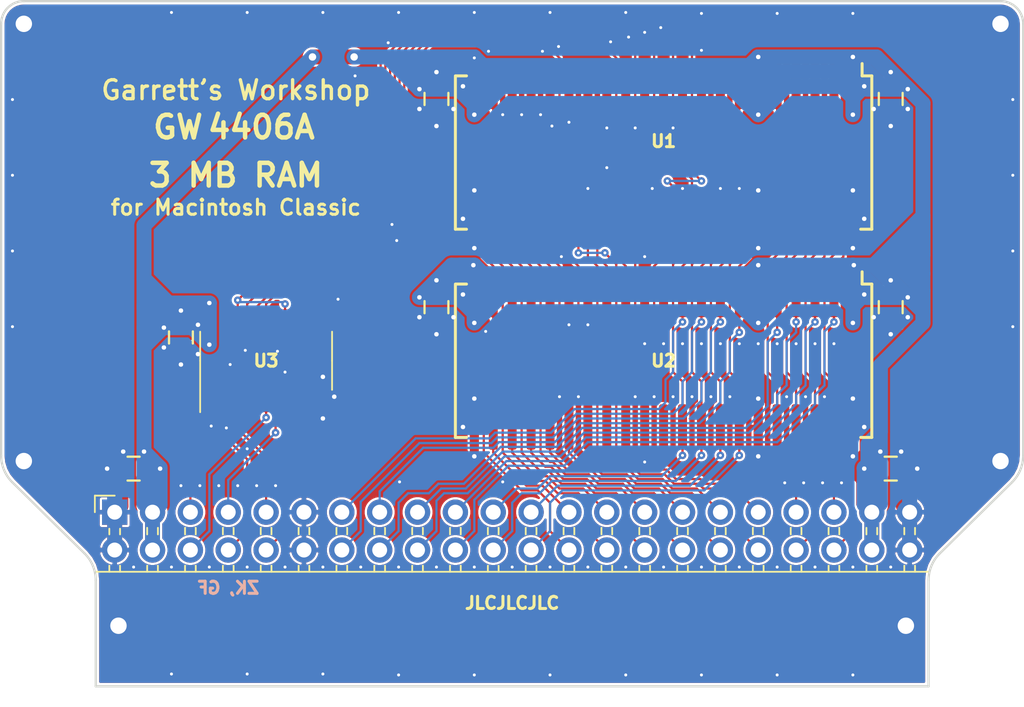
<source format=kicad_pcb>
(kicad_pcb (version 20171130) (host pcbnew "(5.1.10-1-10_14)")
  (layers (0 F.Cu mixed) (31 B.Cu mixed) (34 B.Paste user) (35 F.Paste user) (36 B.SilkS user) (37 F.SilkS user) (38 B.Mask user) (39 F.Mask user) (44 Edge.Cuts user))
  (net 0 "")
  (net 1 +5V)
  (net 2 /~WE~)
  (net 3 GND)
  (net 4 /A0)
  (net 5 /A1)
  (net 6 /A2)
  (net 7 /A3)
  (net 8 /A4)
  (net 9 /A5)
  (net 10 /A6)
  (net 11 /A7)
  (net 12 /A8)
  (net 13 /A9)
  (net 14 /~RAS~)
  (net 15 /DQ7)
  (net 16 /DQ6)
  (net 17 /DQ5)
  (net 18 /DQ4)
  (net 19 /DQ3)
  (net 20 /DQ2)
  (net 21 /DQ1)
  (net 22 /DQ0)
  (net 23 /U~CAS~C)
  (net 24 /L~CAS~C)
  (net 25 /L~CAS~1)
  (net 26 /U~CAS~1)
  (net 27 /U~CAS~D)
  (net 28 /L~CAS~D)
  (net 29 /DQ8)
  (net 30 /DQ10)
  (net 31 /DQ9)
  (net 32 /DQ11)
  (net 33 /DQ12)
  (net 34 /DQ14)
  (net 35 /DQ13)
  (net 36 /DQ15)
  (net 37 /~OE~1)
  (net 38 /~OE~0)
  (net 39 "Net-(U1-Pad11)")
  (net 40 "Net-(U1-Pad12)")
  (net 41 /U~CAS~0)
  (net 42 /L~CAS~0)
  (net 43 "Net-(U1-Pad32)")
  (net 44 "Net-(U2-Pad32)")
  (net 45 "Net-(U2-Pad12)")
  (net 46 "Net-(U2-Pad11)")
  (net 47 "Net-(U1-Pad15)")
  (net 48 "Net-(U1-Pad16)")
  (net 49 "Net-(U2-Pad16)")
  (net 50 "Net-(U2-Pad15)")
  (module stdpads:PinSocket_2x22_P2.54mm_Horizontal (layer F.Cu) (at 93.98 123.19 90)
    (fp_text reference J1 hide)
    (fp_text value "RAM Exp." hide)
    (pad 44 thru_hole oval (at -2.54 53.34 90) (size 1.7 1.7) (drill 1) (layers *.Cu *.Mask) (net 3 GND))
    (pad 43 thru_hole oval (at 0 53.34 90) (size 1.7 1.7) (drill 1) (layers *.Cu *.Mask) (net 3 GND))
    (pad 42 thru_hole oval (at -2.54 50.8 90) (size 1.7 1.7) (drill 1) (layers *.Cu *.Mask) (net 1 +5V))
    (pad 41 thru_hole oval (at 0 50.8 90) (size 1.7 1.7) (drill 1) (layers *.Cu *.Mask) (net 1 +5V))
    (pad 40 thru_hole oval (at -2.54 48.26 90) (size 1.7 1.7) (drill 1) (layers *.Cu *.Mask) (net 35 /DQ13))
    (pad 39 thru_hole oval (at 0 48.26 90) (size 1.7 1.7) (drill 1) (layers *.Cu *.Mask) (net 36 /DQ15))
    (pad 38 thru_hole oval (at -2.54 45.72 90) (size 1.7 1.7) (drill 1) (layers *.Cu *.Mask) (net 33 /DQ12))
    (pad 37 thru_hole oval (at 0 45.72 90) (size 1.7 1.7) (drill 1) (layers *.Cu *.Mask) (net 34 /DQ14))
    (pad 36 thru_hole oval (at -2.54 43.18 90) (size 1.7 1.7) (drill 1) (layers *.Cu *.Mask) (net 14 /~RAS~))
    (pad 35 thru_hole oval (at 0 43.18 90) (size 1.7 1.7) (drill 1) (layers *.Cu *.Mask) (net 2 /~WE~))
    (pad 34 thru_hole oval (at -2.54 40.64 90) (size 1.7 1.7) (drill 1) (layers *.Cu *.Mask) (net 12 /A8))
    (pad 33 thru_hole oval (at 0 40.64 90) (size 1.7 1.7) (drill 1) (layers *.Cu *.Mask) (net 13 /A9))
    (pad 32 thru_hole oval (at -2.54 38.1 90) (size 1.7 1.7) (drill 1) (layers *.Cu *.Mask) (net 4 /A0))
    (pad 31 thru_hole oval (at 0 38.1 90) (size 1.7 1.7) (drill 1) (layers *.Cu *.Mask) (net 11 /A7))
    (pad 30 thru_hole oval (at -2.54 35.56 90) (size 1.7 1.7) (drill 1) (layers *.Cu *.Mask) (net 5 /A1))
    (pad 29 thru_hole oval (at 0 35.56 90) (size 1.7 1.7) (drill 1) (layers *.Cu *.Mask) (net 10 /A6))
    (pad 28 thru_hole oval (at -2.54 33.02 90) (size 1.7 1.7) (drill 1) (layers *.Cu *.Mask) (net 6 /A2))
    (pad 27 thru_hole oval (at 0 33.02 90) (size 1.7 1.7) (drill 1) (layers *.Cu *.Mask) (net 9 /A5))
    (pad 26 thru_hole oval (at -2.54 30.48 90) (size 1.7 1.7) (drill 1) (layers *.Cu *.Mask) (net 7 /A3))
    (pad 25 thru_hole oval (at 0 30.48 90) (size 1.7 1.7) (drill 1) (layers *.Cu *.Mask) (net 8 /A4))
    (pad 24 thru_hole oval (at -2.54 27.94 90) (size 1.7 1.7) (drill 1) (layers *.Cu *.Mask) (net 31 /DQ9))
    (pad 23 thru_hole oval (at 0 27.94 90) (size 1.7 1.7) (drill 1) (layers *.Cu *.Mask) (net 32 /DQ11))
    (pad 22 thru_hole oval (at -2.54 25.4 90) (size 1.7 1.7) (drill 1) (layers *.Cu *.Mask) (net 29 /DQ8))
    (pad 21 thru_hole oval (at 0 25.4 90) (size 1.7 1.7) (drill 1) (layers *.Cu *.Mask) (net 30 /DQ10))
    (pad 20 thru_hole oval (at -2.54 22.86 90) (size 1.7 1.7) (drill 1) (layers *.Cu *.Mask) (net 19 /DQ3))
    (pad 19 thru_hole oval (at 0 22.86 90) (size 1.7 1.7) (drill 1) (layers *.Cu *.Mask) (net 15 /DQ7))
    (pad 18 thru_hole oval (at -2.54 20.32 90) (size 1.7 1.7) (drill 1) (layers *.Cu *.Mask) (net 20 /DQ2))
    (pad 17 thru_hole oval (at 0 20.32 90) (size 1.7 1.7) (drill 1) (layers *.Cu *.Mask) (net 16 /DQ6))
    (pad 16 thru_hole oval (at -2.54 17.78 90) (size 1.7 1.7) (drill 1) (layers *.Cu *.Mask) (net 21 /DQ1))
    (pad 15 thru_hole oval (at 0 17.78 90) (size 1.7 1.7) (drill 1) (layers *.Cu *.Mask) (net 17 /DQ5))
    (pad 14 thru_hole oval (at -2.54 15.24 90) (size 1.7 1.7) (drill 1) (layers *.Cu *.Mask) (net 22 /DQ0))
    (pad 13 thru_hole oval (at 0 15.24 90) (size 1.7 1.7) (drill 1) (layers *.Cu *.Mask) (net 18 /DQ4))
    (pad 12 thru_hole oval (at -2.54 12.7 90) (size 1.7 1.7) (drill 1) (layers *.Cu *.Mask) (net 3 GND))
    (pad 11 thru_hole oval (at 0 12.7 90) (size 1.7 1.7) (drill 1) (layers *.Cu *.Mask) (net 3 GND))
    (pad 10 thru_hole oval (at -2.54 10.16 90) (size 1.7 1.7) (drill 1) (layers *.Cu *.Mask) (net 27 /U~CAS~D))
    (pad 9 thru_hole oval (at 0 10.16 90) (size 1.7 1.7) (drill 1) (layers *.Cu *.Mask) (net 28 /L~CAS~D))
    (pad 8 thru_hole oval (at -2.54 7.62 90) (size 1.7 1.7) (drill 1) (layers *.Cu *.Mask) (net 25 /L~CAS~1))
    (pad 7 thru_hole oval (at 0 7.62 90) (size 1.7 1.7) (drill 1) (layers *.Cu *.Mask) (net 26 /U~CAS~1))
    (pad 6 thru_hole oval (at -2.54 5.08 90) (size 1.7 1.7) (drill 1) (layers *.Cu *.Mask) (net 23 /U~CAS~C))
    (pad 5 thru_hole oval (at 0 5.08 90) (size 1.7 1.7) (drill 1) (layers *.Cu *.Mask) (net 24 /L~CAS~C))
    (pad 4 thru_hole oval (at -2.54 2.54 90) (size 1.7 1.7) (drill 1) (layers *.Cu *.Mask) (net 1 +5V))
    (pad 3 thru_hole oval (at 0 2.54 90) (size 1.7 1.7) (drill 1) (layers *.Cu *.Mask) (net 1 +5V))
    (pad 2 thru_hole oval (at -2.54 0 90) (size 1.7 1.7) (drill 1) (layers *.Cu *.Mask) (net 3 GND))
    (pad 1 thru_hole rect (at 0 0 90) (size 1.7 1.7) (drill 1) (layers *.Cu *.Mask) (net 3 GND))
  )
  (module stdpads:Fiducial (layer F.Cu) (at 147.066 133.35 180)
    (fp_text reference FID2 hide)
    (fp_text value Fiducial hide)
    (pad ~ smd circle (at 0 0 180) (size 1 1) (layers F.Cu F.Mask) (clearance 0.575))
  )
  (module stdpads:PasteHole_1.1mm_PTH (layer F.Cu) (at 94.234 130.81 180)
    (fp_text reference H5)
    (fp_text value " " hide)
    (pad 1 thru_hole circle (at 0 0 180) (size 2 2) (drill 1.1) (layers *.Cu *.Mask) (net 3 GND))
  )
  (module stdpads:PasteHole_1.1mm_PTH (layer F.Cu) (at 147.066 130.81 180)
    (fp_text reference H6)
    (fp_text value " " hide)
    (pad 1 thru_hole circle (at 0 0 180) (size 2 2) (drill 1.1) (layers *.Cu *.Mask) (net 3 GND))
  )
  (module stdpads:Fiducial (layer F.Cu) (at 94.234 133.35 180)
    (fp_text reference FID1 hide)
    (fp_text value Fiducial hide)
    (pad ~ smd circle (at 0 0 180) (size 1 1) (layers F.Cu F.Mask) (clearance 0.575))
  )
  (module stdpads:C_0805 (layer F.Cu) (at 115.57 109.435 270)
    (fp_text reference C4)
    (fp_text value 2u2)
    (pad 2 smd roundrect (at 0.85 0 270) (size 1.05 1.4) (layers F.Cu F.Paste F.Mask) (net 3 GND))
    (pad 1 smd roundrect (at -0.85 0 270) (size 1.05 1.4) (layers F.Cu F.Paste F.Mask) (net 1 +5V))
  )
  (module stdpads:C_0805 (layer F.Cu) (at 146.05 120.269)
    (fp_text reference C2)
    (fp_text value 2u2)
    (pad 2 smd roundrect (at 0.85 0) (size 1.05 1.4) (layers F.Cu F.Paste F.Mask) (net 3 GND))
    (pad 1 smd roundrect (at -0.85 0) (size 1.05 1.4) (layers F.Cu F.Paste F.Mask) (net 1 +5V))
  )
  (module stdpads:PasteHole_1.1mm_PTH (layer F.Cu) (at 87.884 90.424)
    (fp_text reference H1)
    (fp_text value " " hide)
    (pad 1 thru_hole circle (at 0 0) (size 2 2) (drill 1.1) (layers *.Cu *.Mask) (net 3 GND))
  )
  (module stdpads:Fiducial (layer F.Cu) (at 90.424 90.424)
    (fp_text reference FID3 hide)
    (fp_text value Fiducial hide)
    (pad ~ smd circle (at 0 0) (size 1 1) (layers F.Cu F.Mask) (clearance 0.575))
  )
  (module stdpads:Fiducial (layer F.Cu) (at 150.876 90.424)
    (fp_text reference FID4 hide)
    (fp_text value Fiducial hide)
    (pad ~ smd circle (at 0 0) (size 1 1) (layers F.Cu F.Mask) (clearance 0.575))
  )
  (module stdpads:PasteHole_1.1mm_PTH (layer F.Cu) (at 87.884 119.761 180)
    (fp_text reference H2)
    (fp_text value " " hide)
    (pad 1 thru_hole circle (at 0 0 180) (size 2 2) (drill 1.1) (layers *.Cu *.Mask) (net 3 GND))
  )
  (module stdpads:PasteHole_1.1mm_PTH (layer F.Cu) (at 153.416 119.761 180)
    (fp_text reference H3)
    (fp_text value " " hide)
    (pad 1 thru_hole circle (at 0 0 180) (size 2 2) (drill 1.1) (layers *.Cu *.Mask) (net 3 GND))
  )
  (module stdpads:PasteHole_1.1mm_PTH (layer F.Cu) (at 153.416 90.424)
    (fp_text reference H4)
    (fp_text value " " hide)
    (pad 1 thru_hole circle (at 0 0) (size 2 2) (drill 1.1) (layers *.Cu *.Mask) (net 3 GND))
  )
  (module stdpads:C_0805 (layer F.Cu) (at 146.05 95.465 270)
    (fp_text reference C7)
    (fp_text value 2u2)
    (pad 2 smd roundrect (at 0.85 0 270) (size 1.05 1.4) (layers F.Cu F.Paste F.Mask) (net 3 GND))
    (pad 1 smd roundrect (at -0.85 0 270) (size 1.05 1.4) (layers F.Cu F.Paste F.Mask) (net 1 +5V))
  )
  (module stdpads:C_0805 (layer F.Cu) (at 115.57 95.465 270)
    (fp_text reference C6)
    (fp_text value 2u2)
    (pad 2 smd roundrect (at 0.85 0 270) (size 1.05 1.4) (layers F.Cu F.Paste F.Mask) (net 3 GND))
    (pad 1 smd roundrect (at -0.85 0 270) (size 1.05 1.4) (layers F.Cu F.Paste F.Mask) (net 1 +5V))
  )
  (module stdpads:C_0805 (layer F.Cu) (at 146.05 109.435 270)
    (fp_text reference C5)
    (fp_text value 2u2)
    (pad 1 smd roundrect (at -0.85 0 270) (size 1.05 1.4) (layers F.Cu F.Paste F.Mask) (net 1 +5V))
    (pad 2 smd roundrect (at 0.85 0 270) (size 1.05 1.4) (layers F.Cu F.Paste F.Mask) (net 3 GND))
  )
  (module stdpads:C_0805 (layer F.Cu) (at 98.425 111.467 270)
    (fp_text reference C3)
    (fp_text value 2u2)
    (pad 1 smd roundrect (at -0.85 0 270) (size 1.05 1.4) (layers F.Cu F.Paste F.Mask) (net 1 +5V))
    (pad 2 smd roundrect (at 0.85 0 270) (size 1.05 1.4) (layers F.Cu F.Paste F.Mask) (net 3 GND))
  )
  (module stdpads:SOIC-14_3.9mm (layer F.Cu) (at 104.14 113.03)
    (fp_text reference U3)
    (fp_text value 74HCT08D)
    (fp_text user %R (at 0 0 180) (layer F.SilkS) (effects (font (size 0.8128 0.8128) (thickness 0.2032))))
    (pad 14 smd roundrect (at -3.81 -2.475 90) (size 1.95 0.6) (layers F.Cu F.Paste F.Mask) (net 1 +5V))
    (pad 7 smd roundrect (at 3.81 2.475 90) (size 1.95 0.6) (layers F.Cu F.Paste F.Mask) (net 3 GND))
    (pad 12 smd roundrect (at -1.27 -2.475 90) (size 1.95 0.6) (layers F.Cu F.Paste F.Mask) (net 26 /U~CAS~1))
    (pad 8 smd roundrect (at 3.81 -2.475 90) (size 1.95 0.6) (layers F.Cu F.Paste F.Mask) (net 38 /~OE~0))
    (pad 13 smd roundrect (at -2.54 -2.475 90) (size 1.95 0.6) (layers F.Cu F.Paste F.Mask) (net 25 /L~CAS~1))
    (pad 6 smd roundrect (at 2.54 2.475 90) (size 1.95 0.6) (layers F.Cu F.Paste F.Mask) (net 41 /U~CAS~0))
    (pad 9 smd roundrect (at 2.54 -2.475 90) (size 1.95 0.6) (layers F.Cu F.Paste F.Mask) (net 41 /U~CAS~0))
    (pad 10 smd roundrect (at 1.27 -2.475 90) (size 1.95 0.6) (layers F.Cu F.Paste F.Mask) (net 42 /L~CAS~0))
    (pad 11 smd roundrect (at 0 -2.475 90) (size 1.95 0.6) (layers F.Cu F.Paste F.Mask) (net 37 /~OE~1))
    (pad 2 smd roundrect (at -2.54 2.475 90) (size 1.95 0.6) (layers F.Cu F.Paste F.Mask) (net 28 /L~CAS~D))
    (pad 1 smd roundrect (at -3.81 2.475 90) (size 1.95 0.6) (layers F.Cu F.Paste F.Mask) (net 24 /L~CAS~C))
    (pad 4 smd roundrect (at 0 2.475 90) (size 1.95 0.6) (layers F.Cu F.Paste F.Mask) (net 23 /U~CAS~C))
    (pad 3 smd roundrect (at -1.27 2.475 90) (size 1.95 0.6) (layers F.Cu F.Paste F.Mask) (net 42 /L~CAS~0))
    (pad 5 smd roundrect (at 1.27 2.475 90) (size 1.95 0.6) (layers F.Cu F.Paste F.Mask) (net 27 /U~CAS~D))
  )
  (module stdpads:C_0805 (layer F.Cu) (at 95.25 120.269 180)
    (fp_text reference C1)
    (fp_text value 2u2)
    (pad 1 smd roundrect (at -0.85 0 180) (size 1.05 1.4) (layers F.Cu F.Paste F.Mask) (net 1 +5V))
    (pad 2 smd roundrect (at 0.85 0 180) (size 1.05 1.4) (layers F.Cu F.Paste F.Mask) (net 3 GND))
  )
  (module stdpads:SOJ-42_400mil (layer F.Cu) (at 130.81 99.06 270)
    (fp_text reference U1)
    (fp_text value AS4C1M16F5)
    (fp_text user %R (at -0.762 0) (layer F.SilkS) (effects (font (size 0.8128 0.8128) (thickness 0.2032))))
    (pad 28 smd roundrect (at 4.445 5.08 270) (size 3.048 0.6) (layers F.Cu F.Paste F.Mask) (net 13 /A9))
    (pad 27 smd roundrect (at 4.445 6.35 270) (size 3.048 0.6) (layers F.Cu F.Paste F.Mask) (net 12 /A8))
    (pad 14 smd roundrect (at -4.445 3.81 270) (size 3.048 0.6) (layers F.Cu F.Paste F.Mask) (net 14 /~RAS~))
    (pad 8 smd roundrect (at -4.445 -3.81 270) (size 3.048 0.6) (layers F.Cu F.Paste F.Mask) (net 17 /DQ5))
    (pad 6 smd roundrect (at -4.445 -6.35 270) (size 3.048 0.6) (layers F.Cu F.Paste F.Mask) (net 1 +5V))
    (pad 1 smd roundrect (at -4.445 -12.7 270) (size 3.048 0.6) (layers F.Cu F.Paste F.Mask) (net 1 +5V))
    (pad 2 smd roundrect (at -4.445 -11.43 270) (size 3.048 0.6) (layers F.Cu F.Paste F.Mask) (net 19 /DQ3))
    (pad 3 smd roundrect (at -4.445 -10.16 270) (size 3.048 0.6) (layers F.Cu F.Paste F.Mask) (net 15 /DQ7))
    (pad 4 smd roundrect (at -4.445 -8.89 270) (size 3.048 0.6) (layers F.Cu F.Paste F.Mask) (net 20 /DQ2))
    (pad 5 smd roundrect (at -4.445 -7.62 270) (size 3.048 0.6) (layers F.Cu F.Paste F.Mask) (net 16 /DQ6))
    (pad 9 smd roundrect (at -4.445 -2.54 270) (size 3.048 0.6) (layers F.Cu F.Paste F.Mask) (net 22 /DQ0))
    (pad 10 smd roundrect (at -4.445 -1.27 270) (size 3.048 0.6) (layers F.Cu F.Paste F.Mask) (net 18 /DQ4))
    (pad 11 smd roundrect (at -4.445 0 270) (size 3.048 0.6) (layers F.Cu F.Paste F.Mask) (net 39 "Net-(U1-Pad11)"))
    (pad 12 smd roundrect (at -4.445 1.27 270) (size 3.048 0.6) (layers F.Cu F.Paste F.Mask) (net 40 "Net-(U1-Pad12)"))
    (pad 13 smd roundrect (at -4.445 2.54 270) (size 3.048 0.6) (layers F.Cu F.Paste F.Mask) (net 2 /~WE~))
    (pad 22 smd roundrect (at 4.445 12.7 270) (size 3.048 0.6) (layers F.Cu F.Paste F.Mask) (net 3 GND))
    (pad 23 smd roundrect (at 4.445 11.43 270) (size 3.048 0.6) (layers F.Cu F.Paste F.Mask) (net 8 /A4))
    (pad 24 smd roundrect (at 4.445 10.16 270) (size 3.048 0.6) (layers F.Cu F.Paste F.Mask) (net 9 /A5))
    (pad 25 smd roundrect (at 4.445 8.89 270) (size 3.048 0.6) (layers F.Cu F.Paste F.Mask) (net 10 /A6))
    (pad 26 smd roundrect (at 4.445 7.62 270) (size 3.048 0.6) (layers F.Cu F.Paste F.Mask) (net 11 /A7))
    (pad 7 smd roundrect (at -4.445 -5.08 270) (size 3.048 0.6) (layers F.Cu F.Paste F.Mask) (net 21 /DQ1))
    (pad 15 smd roundrect (at -4.445 5.08 270) (size 3.048 0.6) (layers F.Cu F.Paste F.Mask) (net 47 "Net-(U1-Pad15)"))
    (pad 16 smd roundrect (at -4.445 6.35 270) (size 3.048 0.6) (layers F.Cu F.Paste F.Mask) (net 48 "Net-(U1-Pad16)"))
    (pad 17 smd roundrect (at -4.445 7.62 270) (size 3.048 0.6) (layers F.Cu F.Paste F.Mask) (net 4 /A0))
    (pad 18 smd roundrect (at -4.445 8.89 270) (size 3.048 0.6) (layers F.Cu F.Paste F.Mask) (net 5 /A1))
    (pad 19 smd roundrect (at -4.445 10.16 270) (size 3.048 0.6) (layers F.Cu F.Paste F.Mask) (net 6 /A2))
    (pad 36 smd roundrect (at 4.445 -5.08 270) (size 3.048 0.6) (layers F.Cu F.Paste F.Mask) (net 31 /DQ9))
    (pad 35 smd roundrect (at 4.445 -3.81 270) (size 3.048 0.6) (layers F.Cu F.Paste F.Mask) (net 32 /DQ11))
    (pad 29 smd roundrect (at 4.445 3.81 270) (size 3.048 0.6) (layers F.Cu F.Paste F.Mask) (net 38 /~OE~0))
    (pad 30 smd roundrect (at 4.445 2.54 270) (size 3.048 0.6) (layers F.Cu F.Paste F.Mask) (net 41 /U~CAS~0))
    (pad 31 smd roundrect (at 4.445 1.27 270) (size 3.048 0.6) (layers F.Cu F.Paste F.Mask) (net 42 /L~CAS~0))
    (pad 32 smd roundrect (at 4.445 0 270) (size 3.048 0.6) (layers F.Cu F.Paste F.Mask) (net 43 "Net-(U1-Pad32)"))
    (pad 33 smd roundrect (at 4.445 -1.27 270) (size 3.048 0.6) (layers F.Cu F.Paste F.Mask) (net 30 /DQ10))
    (pad 34 smd roundrect (at 4.445 -2.54 270) (size 3.048 0.6) (layers F.Cu F.Paste F.Mask) (net 29 /DQ8))
    (pad 37 smd roundrect (at 4.445 -6.35 270) (size 3.048 0.6) (layers F.Cu F.Paste F.Mask) (net 3 GND))
    (pad 38 smd roundrect (at 4.445 -7.62 270) (size 3.048 0.6) (layers F.Cu F.Paste F.Mask) (net 34 /DQ14))
    (pad 40 smd roundrect (at 4.445 -10.16 270) (size 3.048 0.6) (layers F.Cu F.Paste F.Mask) (net 36 /DQ15))
    (pad 39 smd roundrect (at 4.445 -8.89 270) (size 3.048 0.6) (layers F.Cu F.Paste F.Mask) (net 33 /DQ12))
    (pad 21 smd roundrect (at -4.445 12.7 270) (size 3.048 0.6) (layers F.Cu F.Paste F.Mask) (net 1 +5V))
    (pad 20 smd roundrect (at -4.445 11.43 270) (size 3.048 0.6) (layers F.Cu F.Paste F.Mask) (net 7 /A3))
    (pad 42 smd roundrect (at 4.445 -12.7 270) (size 3.048 0.6) (layers F.Cu F.Paste F.Mask) (net 3 GND))
    (pad 41 smd roundrect (at 4.445 -11.43 270) (size 3.048 0.6) (layers F.Cu F.Paste F.Mask) (net 35 /DQ13))
  )
  (module stdpads:SOJ-42_400mil (layer F.Cu) (at 130.81 113.03 270)
    (fp_text reference U2)
    (fp_text value AS4C1M16F5)
    (fp_text user %R (at 0 0) (layer F.SilkS) (effects (font (size 0.8128 0.8128) (thickness 0.2032))))
    (pad 41 smd roundrect (at 4.445 -11.43 270) (size 3.048 0.6) (layers F.Cu F.Paste F.Mask) (net 35 /DQ13))
    (pad 42 smd roundrect (at 4.445 -12.7 270) (size 3.048 0.6) (layers F.Cu F.Paste F.Mask) (net 3 GND))
    (pad 20 smd roundrect (at -4.445 11.43 270) (size 3.048 0.6) (layers F.Cu F.Paste F.Mask) (net 7 /A3))
    (pad 21 smd roundrect (at -4.445 12.7 270) (size 3.048 0.6) (layers F.Cu F.Paste F.Mask) (net 1 +5V))
    (pad 39 smd roundrect (at 4.445 -8.89 270) (size 3.048 0.6) (layers F.Cu F.Paste F.Mask) (net 33 /DQ12))
    (pad 40 smd roundrect (at 4.445 -10.16 270) (size 3.048 0.6) (layers F.Cu F.Paste F.Mask) (net 36 /DQ15))
    (pad 38 smd roundrect (at 4.445 -7.62 270) (size 3.048 0.6) (layers F.Cu F.Paste F.Mask) (net 34 /DQ14))
    (pad 37 smd roundrect (at 4.445 -6.35 270) (size 3.048 0.6) (layers F.Cu F.Paste F.Mask) (net 3 GND))
    (pad 34 smd roundrect (at 4.445 -2.54 270) (size 3.048 0.6) (layers F.Cu F.Paste F.Mask) (net 29 /DQ8))
    (pad 33 smd roundrect (at 4.445 -1.27 270) (size 3.048 0.6) (layers F.Cu F.Paste F.Mask) (net 30 /DQ10))
    (pad 32 smd roundrect (at 4.445 0 270) (size 3.048 0.6) (layers F.Cu F.Paste F.Mask) (net 44 "Net-(U2-Pad32)"))
    (pad 31 smd roundrect (at 4.445 1.27 270) (size 3.048 0.6) (layers F.Cu F.Paste F.Mask) (net 25 /L~CAS~1))
    (pad 30 smd roundrect (at 4.445 2.54 270) (size 3.048 0.6) (layers F.Cu F.Paste F.Mask) (net 26 /U~CAS~1))
    (pad 29 smd roundrect (at 4.445 3.81 270) (size 3.048 0.6) (layers F.Cu F.Paste F.Mask) (net 37 /~OE~1))
    (pad 35 smd roundrect (at 4.445 -3.81 270) (size 3.048 0.6) (layers F.Cu F.Paste F.Mask) (net 32 /DQ11))
    (pad 36 smd roundrect (at 4.445 -5.08 270) (size 3.048 0.6) (layers F.Cu F.Paste F.Mask) (net 31 /DQ9))
    (pad 19 smd roundrect (at -4.445 10.16 270) (size 3.048 0.6) (layers F.Cu F.Paste F.Mask) (net 6 /A2))
    (pad 18 smd roundrect (at -4.445 8.89 270) (size 3.048 0.6) (layers F.Cu F.Paste F.Mask) (net 5 /A1))
    (pad 17 smd roundrect (at -4.445 7.62 270) (size 3.048 0.6) (layers F.Cu F.Paste F.Mask) (net 4 /A0))
    (pad 16 smd roundrect (at -4.445 6.35 270) (size 3.048 0.6) (layers F.Cu F.Paste F.Mask) (net 49 "Net-(U2-Pad16)"))
    (pad 15 smd roundrect (at -4.445 5.08 270) (size 3.048 0.6) (layers F.Cu F.Paste F.Mask) (net 50 "Net-(U2-Pad15)"))
    (pad 7 smd roundrect (at -4.445 -5.08 270) (size 3.048 0.6) (layers F.Cu F.Paste F.Mask) (net 21 /DQ1))
    (pad 26 smd roundrect (at 4.445 7.62 270) (size 3.048 0.6) (layers F.Cu F.Paste F.Mask) (net 11 /A7))
    (pad 25 smd roundrect (at 4.445 8.89 270) (size 3.048 0.6) (layers F.Cu F.Paste F.Mask) (net 10 /A6))
    (pad 24 smd roundrect (at 4.445 10.16 270) (size 3.048 0.6) (layers F.Cu F.Paste F.Mask) (net 9 /A5))
    (pad 23 smd roundrect (at 4.445 11.43 270) (size 3.048 0.6) (layers F.Cu F.Paste F.Mask) (net 8 /A4))
    (pad 22 smd roundrect (at 4.445 12.7 270) (size 3.048 0.6) (layers F.Cu F.Paste F.Mask) (net 3 GND))
    (pad 13 smd roundrect (at -4.445 2.54 270) (size 3.048 0.6) (layers F.Cu F.Paste F.Mask) (net 2 /~WE~))
    (pad 12 smd roundrect (at -4.445 1.27 270) (size 3.048 0.6) (layers F.Cu F.Paste F.Mask) (net 45 "Net-(U2-Pad12)"))
    (pad 11 smd roundrect (at -4.445 0 270) (size 3.048 0.6) (layers F.Cu F.Paste F.Mask) (net 46 "Net-(U2-Pad11)"))
    (pad 10 smd roundrect (at -4.445 -1.27 270) (size 3.048 0.6) (layers F.Cu F.Paste F.Mask) (net 18 /DQ4))
    (pad 9 smd roundrect (at -4.445 -2.54 270) (size 3.048 0.6) (layers F.Cu F.Paste F.Mask) (net 22 /DQ0))
    (pad 5 smd roundrect (at -4.445 -7.62 270) (size 3.048 0.6) (layers F.Cu F.Paste F.Mask) (net 16 /DQ6))
    (pad 4 smd roundrect (at -4.445 -8.89 270) (size 3.048 0.6) (layers F.Cu F.Paste F.Mask) (net 20 /DQ2))
    (pad 3 smd roundrect (at -4.445 -10.16 270) (size 3.048 0.6) (layers F.Cu F.Paste F.Mask) (net 15 /DQ7))
    (pad 2 smd roundrect (at -4.445 -11.43 270) (size 3.048 0.6) (layers F.Cu F.Paste F.Mask) (net 19 /DQ3))
    (pad 1 smd roundrect (at -4.445 -12.7 270) (size 3.048 0.6) (layers F.Cu F.Paste F.Mask) (net 1 +5V))
    (pad 6 smd roundrect (at -4.445 -6.35 270) (size 3.048 0.6) (layers F.Cu F.Paste F.Mask) (net 1 +5V))
    (pad 8 smd roundrect (at -4.445 -3.81 270) (size 3.048 0.6) (layers F.Cu F.Paste F.Mask) (net 17 /DQ5))
    (pad 14 smd roundrect (at -4.445 3.81 270) (size 3.048 0.6) (layers F.Cu F.Paste F.Mask) (net 14 /~RAS~))
    (pad 27 smd roundrect (at 4.445 6.35 270) (size 3.048 0.6) (layers F.Cu F.Paste F.Mask) (net 12 /A8))
    (pad 28 smd roundrect (at 4.445 5.08 270) (size 3.048 0.6) (layers F.Cu F.Paste F.Mask) (net 13 /A9))
  )
  (gr_line (start 91.966051 125.965949) (end 87.103949 121.176051) (layer Edge.Cuts) (width 0.15))
  (gr_arc (start 90.17 127.762) (end 92.71 127.762) (angle -45) (layer Edge.Cuts) (width 0.15))
  (gr_arc (start 88.9 119.38) (end 86.36 119.38) (angle -45) (layer Edge.Cuts) (width 0.15))
  (gr_line (start 92.71 127.762) (end 92.71 134.874) (layer Edge.Cuts) (width 0.15))
  (gr_line (start 148.59 127.762) (end 148.59 134.874) (layer Edge.Cuts) (width 0.15))
  (gr_arc (start 151.13 127.762) (end 148.59 127.762) (angle 45) (layer Edge.Cuts) (width 0.15))
  (gr_arc (start 152.4 119.38) (end 154.94 119.38) (angle 45) (layer Edge.Cuts) (width 0.15))
  (gr_line (start 149.333949 125.965949) (end 154.196051 121.176051) (layer Edge.Cuts) (width 0.15))
  (gr_text JLCJLCJLC (at 120.65 129.286) (layer F.SilkS) (effects (font (size 0.8128 0.8128) (thickness 0.2032))))
  (gr_text "3 MB RAM" (at 102.108 100.584) (layer F.SilkS) (effects (font (size 1.524 1.524) (thickness 0.3))))
  (gr_text "for Macintosh Classic" (at 102.108 102.743) (layer F.SilkS) (effects (font (size 1.016 1.016) (thickness 0.2))))
  (gr_text GW (at 98.2302 97.358) (layer F.SilkS) (effects (font (size 1.524 1.524) (thickness 0.3))))
  (gr_text 4406A (at 103.8182 97.358) (layer F.SilkS) (effects (font (size 1.524 1.524) (thickness 0.3))))
  (gr_text "Garrett’s Workshop" (at 102.108 94.869) (layer F.SilkS) (effects (font (size 1.27 1.27) (thickness 0.225))))
  (gr_text "ZK, GF" (at 101.6 128.27) (layer B.SilkS) (effects (font (size 0.8128 0.8128) (thickness 0.2032)) (justify mirror)))
  (gr_arc (start 87.884 90.424) (end 87.884 88.9) (angle -90) (layer Edge.Cuts) (width 0.15))
  (gr_arc (start 153.416 90.424) (end 154.94 90.424) (angle -90) (layer Edge.Cuts) (width 0.15))
  (gr_line (start 153.416 88.9) (end 87.884 88.9) (layer Edge.Cuts) (width 0.15))
  (gr_line (start 154.94 119.38) (end 154.94 90.424) (layer Edge.Cuts) (width 0.15))
  (gr_line (start 92.71 134.874) (end 148.59 134.874) (layer Edge.Cuts) (width 0.15))
  (gr_line (start 86.36 90.424) (end 86.36 119.38) (layer Edge.Cuts) (width 0.15))
  (via (at 137.16 96.52) (size 0.6) (drill 0.3) (layers F.Cu B.Cu) (net 1))
  (segment (start 137.16 94.59) (end 137.16 96.52) (width 0.6) (layer F.Cu) (net 1))
  (via (at 137.16 92.6465) (size 0.6) (drill 0.3) (layers F.Cu B.Cu) (net 1))
  (segment (start 137.16 94.59) (end 137.16 92.6465) (width 0.6) (layer F.Cu) (net 1))
  (via (at 137.16 106.6165) (size 0.6) (drill 0.3) (layers F.Cu B.Cu) (net 1))
  (segment (start 137.16 108.56) (end 137.16 106.6165) (width 0.6) (layer F.Cu) (net 1))
  (via (at 137.16 110.49) (size 0.6) (drill 0.3) (layers F.Cu B.Cu) (net 1))
  (segment (start 137.16 108.56) (end 137.16 110.49) (width 0.6) (layer F.Cu) (net 1))
  (via (at 143.51 110.49) (size 0.6) (drill 0.3) (layers F.Cu B.Cu) (net 1))
  (segment (start 143.51 108.56) (end 143.51 110.49) (width 0.6) (layer F.Cu) (net 1))
  (via (at 143.5735 106.6165) (size 0.6) (drill 0.3) (layers F.Cu B.Cu) (net 1))
  (via (at 143.51 96.52) (size 0.6) (drill 0.3) (layers F.Cu B.Cu) (net 1))
  (segment (start 143.51 94.59) (end 143.51 96.52) (width 0.6) (layer F.Cu) (net 1))
  (via (at 143.51 92.6465) (size 0.6) (drill 0.3) (layers F.Cu B.Cu) (net 1))
  (segment (start 143.51 94.59) (end 143.51 92.6465) (width 0.6) (layer F.Cu) (net 1))
  (via (at 118.11 96.52) (size 0.6) (drill 0.3) (layers F.Cu B.Cu) (net 1))
  (segment (start 118.11 94.59) (end 118.11 96.52) (width 0.6) (layer F.Cu) (net 1))
  (via (at 118.11 110.49) (size 0.6) (drill 0.3) (layers F.Cu B.Cu) (net 1))
  (segment (start 118.11 108.56) (end 118.11 110.49) (width 0.6) (layer F.Cu) (net 1))
  (segment (start 118.085 94.615) (end 117.348 94.615) (width 0.6) (layer F.Cu) (net 1))
  (via (at 117.348 94.615) (size 0.6) (drill 0.3) (layers F.Cu B.Cu) (net 1))
  (segment (start 118.11 94.59) (end 118.085 94.615) (width 0.6) (layer F.Cu) (net 1))
  (via (at 144.272 94.615) (size 0.6) (drill 0.3) (layers F.Cu B.Cu) (net 1))
  (segment (start 143.535 94.615) (end 144.272 94.615) (width 0.6) (layer F.Cu) (net 1))
  (segment (start 143.51 94.59) (end 143.535 94.615) (width 0.6) (layer F.Cu) (net 1))
  (via (at 144.272 108.585) (size 0.6) (drill 0.3) (layers F.Cu B.Cu) (net 1))
  (segment (start 143.535 108.585) (end 144.272 108.585) (width 0.6) (layer F.Cu) (net 1))
  (segment (start 143.51 108.56) (end 143.535 108.585) (width 0.6) (layer F.Cu) (net 1))
  (via (at 117.348 108.585) (size 0.6) (drill 0.3) (layers F.Cu B.Cu) (net 1))
  (segment (start 118.085 108.585) (end 117.348 108.585) (width 0.6) (layer F.Cu) (net 1))
  (segment (start 118.11 108.56) (end 118.085 108.585) (width 0.6) (layer F.Cu) (net 1))
  (via (at 146.05 93.6625) (size 0.6) (drill 0.3) (layers F.Cu B.Cu) (net 1))
  (segment (start 146.05 94.615) (end 146.05 93.6625) (width 0.6) (layer F.Cu) (net 1))
  (segment (start 146.05 94.615) (end 144.272 94.615) (width 0.6) (layer F.Cu) (net 1))
  (via (at 147.193 94.8055) (size 0.6) (drill 0.3) (layers F.Cu B.Cu) (net 1))
  (segment (start 147.0025 94.615) (end 147.193 94.8055) (width 0.6) (layer F.Cu) (net 1))
  (segment (start 146.05 94.615) (end 147.0025 94.615) (width 0.6) (layer F.Cu) (net 1))
  (via (at 146.05 107.6325) (size 0.6) (drill 0.3) (layers F.Cu B.Cu) (net 1))
  (segment (start 146.05 108.585) (end 146.05 107.6325) (width 0.6) (layer F.Cu) (net 1))
  (via (at 147.193 108.7755) (size 0.6) (drill 0.3) (layers F.Cu B.Cu) (net 1))
  (segment (start 146.05 108.585) (end 147.0025 108.585) (width 0.6) (layer F.Cu) (net 1))
  (segment (start 147.0025 108.585) (end 147.193 108.7755) (width 0.6) (layer F.Cu) (net 1))
  (segment (start 115.57 108.585) (end 117.348 108.585) (width 0.6) (layer F.Cu) (net 1))
  (via (at 114.427 108.7755) (size 0.6) (drill 0.3) (layers F.Cu B.Cu) (net 1))
  (segment (start 114.6175 108.585) (end 114.427 108.7755) (width 0.6) (layer F.Cu) (net 1))
  (segment (start 115.57 108.585) (end 114.6175 108.585) (width 0.6) (layer F.Cu) (net 1))
  (via (at 115.57 107.6325) (size 0.6) (drill 0.3) (layers F.Cu B.Cu) (net 1))
  (segment (start 115.57 108.585) (end 115.57 107.6325) (width 0.6) (layer F.Cu) (net 1))
  (segment (start 115.57 94.615) (end 117.348 94.615) (width 0.6) (layer F.Cu) (net 1))
  (segment (start 115.57 94.615) (end 115.57 93.6625) (width 0.6) (layer F.Cu) (net 1))
  (segment (start 114.6175 94.615) (end 114.427 94.8055) (width 0.6) (layer F.Cu) (net 1))
  (segment (start 115.57 94.615) (end 114.6175 94.615) (width 0.6) (layer F.Cu) (net 1))
  (via (at 114.427 94.8055) (size 0.6) (drill 0.3) (layers F.Cu B.Cu) (net 1))
  (via (at 115.57 93.6625) (size 0.6) (drill 0.3) (layers F.Cu B.Cu) (net 1))
  (via (at 145.3515 119.126) (size 0.6) (drill 0.3) (layers F.Cu B.Cu) (net 1))
  (segment (start 145.2 119.2775) (end 145.3515 119.126) (width 0.6) (layer F.Cu) (net 1))
  (segment (start 145.2 120.269) (end 145.2 119.2775) (width 0.6) (layer F.Cu) (net 1))
  (via (at 144.272 120.269) (size 0.6) (drill 0.3) (layers F.Cu B.Cu) (net 1))
  (segment (start 145.2 120.269) (end 144.272 120.269) (width 0.6) (layer F.Cu) (net 1))
  (segment (start 96.1 120.269) (end 97.028 120.269) (width 0.6) (layer F.Cu) (net 1))
  (via (at 97.028 120.269) (size 0.6) (drill 0.3) (layers F.Cu B.Cu) (net 1))
  (segment (start 96.1 120.269) (end 96.1 119.2775) (width 0.6) (layer F.Cu) (net 1))
  (segment (start 96.1 119.2775) (end 95.9485 119.126) (width 0.6) (layer F.Cu) (net 1))
  (via (at 95.9485 119.126) (size 0.6) (drill 0.3) (layers F.Cu B.Cu) (net 1))
  (segment (start 145.2 122.77) (end 144.78 123.19) (width 1) (layer F.Cu) (net 1))
  (segment (start 145.2 120.269) (end 145.2 122.77) (width 1) (layer F.Cu) (net 1))
  (segment (start 144.78 123.19) (end 144.78 125.73) (width 1) (layer F.Cu) (net 1))
  (segment (start 96.52 123.19) (end 96.52 125.73) (width 1) (layer F.Cu) (net 1))
  (segment (start 96.1 122.77) (end 96.52 123.19) (width 1) (layer F.Cu) (net 1))
  (segment (start 96.1 120.269) (end 96.1 122.77) (width 1) (layer F.Cu) (net 1))
  (segment (start 144.78 123.19) (end 144.78 125.73) (width 1) (layer B.Cu) (net 1))
  (segment (start 96.52 123.19) (end 96.52 125.73) (width 1) (layer B.Cu) (net 1))
  (segment (start 145.3515 122.6185) (end 144.78 123.19) (width 1) (layer B.Cu) (net 1))
  (segment (start 145.3515 119.126) (end 145.3515 122.6185) (width 1) (layer B.Cu) (net 1))
  (segment (start 144.272 120.2055) (end 145.3515 119.126) (width 1) (layer B.Cu) (net 1))
  (segment (start 144.272 120.269) (end 144.272 120.2055) (width 1) (layer B.Cu) (net 1))
  (segment (start 144.272 122.682) (end 144.272 120.269) (width 1) (layer B.Cu) (net 1))
  (segment (start 144.78 123.19) (end 144.272 122.682) (width 1) (layer B.Cu) (net 1))
  (segment (start 144.78 119.6975) (end 145.3515 119.126) (width 1) (layer B.Cu) (net 1))
  (segment (start 144.78 123.19) (end 144.78 119.6975) (width 1) (layer B.Cu) (net 1))
  (segment (start 97.028 120.2055) (end 97.028 120.269) (width 1) (layer B.Cu) (net 1))
  (segment (start 95.9485 119.126) (end 97.028 120.2055) (width 1) (layer B.Cu) (net 1))
  (segment (start 97.028 122.682) (end 96.52 123.19) (width 1) (layer B.Cu) (net 1))
  (segment (start 97.028 120.269) (end 97.028 122.682) (width 1) (layer B.Cu) (net 1))
  (segment (start 95.9485 122.6185) (end 96.52 123.19) (width 1) (layer B.Cu) (net 1))
  (segment (start 95.9485 119.126) (end 95.9485 122.6185) (width 1) (layer B.Cu) (net 1))
  (segment (start 96.52 119.6975) (end 95.9485 119.126) (width 1) (layer B.Cu) (net 1))
  (segment (start 96.52 123.19) (end 96.52 119.6975) (width 1) (layer B.Cu) (net 1))
  (via (at 118.11 92.71) (size 0.5) (drill 0.2) (layers F.Cu B.Cu) (net 1))
  (segment (start 118.11 94.59) (end 118.11 92.71) (width 0.5) (layer F.Cu) (net 1))
  (segment (start 145.3515 119.126) (end 145.3515 113.3475) (width 1) (layer B.Cu) (net 1))
  (segment (start 145.3515 113.3475) (end 148.209 110.49) (width 1) (layer B.Cu) (net 1))
  (segment (start 147.2565 108.7755) (end 147.193 108.7755) (width 1) (layer B.Cu) (net 1))
  (segment (start 148.209 109.728) (end 147.2565 108.7755) (width 1) (layer B.Cu) (net 1))
  (segment (start 147.066 108.585) (end 148.209 109.728) (width 1) (layer B.Cu) (net 1))
  (segment (start 144.272 108.585) (end 147.066 108.585) (width 1) (layer B.Cu) (net 1))
  (segment (start 144.4625 108.7755) (end 144.272 108.585) (width 1) (layer B.Cu) (net 1))
  (segment (start 147.193 108.7755) (end 144.4625 108.7755) (width 1) (layer B.Cu) (net 1))
  (segment (start 145.034 106.6165) (end 147.193 108.7755) (width 1) (layer B.Cu) (net 1))
  (segment (start 143.51 106.6165) (end 145.034 106.6165) (width 1) (layer B.Cu) (net 1))
  (segment (start 143.51 107.823) (end 144.272 108.585) (width 1) (layer B.Cu) (net 1))
  (segment (start 143.51 106.6165) (end 143.51 107.823) (width 1) (layer B.Cu) (net 1))
  (segment (start 145.669 108.7755) (end 147.193 108.7755) (width 1) (layer B.Cu) (net 1))
  (segment (start 143.51 106.6165) (end 145.669 108.7755) (width 1) (layer B.Cu) (net 1))
  (segment (start 147.193 108.7755) (end 147.066 108.7755) (width 1) (layer B.Cu) (net 1))
  (segment (start 147.066 108.7755) (end 144.907 106.6165) (width 1) (layer B.Cu) (net 1))
  (segment (start 144.272 108.585) (end 139.1285 108.585) (width 1) (layer B.Cu) (net 1))
  (segment (start 144.272 108.585) (end 139.065 108.585) (width 1) (layer B.Cu) (net 1))
  (segment (start 137.16 110.49) (end 137.16 106.6165) (width 1) (layer B.Cu) (net 1))
  (segment (start 117.348 108.585) (end 135.1915 108.585) (width 1) (layer B.Cu) (net 1))
  (segment (start 117.348 108.585) (end 135.255 108.585) (width 1) (layer B.Cu) (net 1))
  (segment (start 118.11 109.347) (end 118.11 110.49) (width 1) (layer B.Cu) (net 1))
  (segment (start 117.348 108.585) (end 118.11 109.347) (width 1) (layer B.Cu) (net 1))
  (segment (start 117.348 108.585) (end 118.11 107.823) (width 1) (layer B.Cu) (net 1))
  (segment (start 143.51 109.347) (end 144.272 108.585) (width 1) (layer B.Cu) (net 1))
  (segment (start 143.51 110.49) (end 143.51 109.347) (width 1) (layer B.Cu) (net 1))
  (segment (start 142.748 108.585) (end 143.51 107.823) (width 1) (layer B.Cu) (net 1))
  (segment (start 139.065 108.585) (end 142.748 108.585) (width 1) (layer B.Cu) (net 1))
  (segment (start 142.748 108.585) (end 143.51 109.347) (width 1) (layer B.Cu) (net 1))
  (segment (start 144.0815 108.7755) (end 143.51 109.347) (width 1) (layer B.Cu) (net 1))
  (segment (start 147.193 108.7755) (end 144.0815 108.7755) (width 1) (layer B.Cu) (net 1))
  (segment (start 135.255 108.585) (end 139.065 108.585) (width 1) (layer B.Cu) (net 1))
  (segment (start 137.8585 107.315) (end 137.82675 107.28325) (width 1) (layer B.Cu) (net 1))
  (segment (start 137.8585 109.7915) (end 137.8585 107.315) (width 1) (layer B.Cu) (net 1))
  (segment (start 137.8585 109.7915) (end 137.16 110.49) (width 1) (layer B.Cu) (net 1))
  (segment (start 137.82675 107.28325) (end 137.16 106.6165) (width 1) (layer B.Cu) (net 1))
  (segment (start 139.1285 108.585) (end 137.82675 107.28325) (width 1) (layer B.Cu) (net 1))
  (segment (start 139.065 108.585) (end 137.8585 109.7915) (width 1) (layer B.Cu) (net 1))
  (segment (start 136.398 107.3785) (end 136.55675 107.21975) (width 1) (layer B.Cu) (net 1))
  (segment (start 136.398 109.728) (end 136.398 107.3785) (width 1) (layer B.Cu) (net 1))
  (segment (start 136.55675 107.21975) (end 137.16 106.6165) (width 1) (layer B.Cu) (net 1))
  (segment (start 135.255 108.585) (end 136.398 109.728) (width 1) (layer B.Cu) (net 1))
  (segment (start 135.1915 108.585) (end 136.55675 107.21975) (width 1) (layer B.Cu) (net 1))
  (segment (start 136.398 109.728) (end 137.16 110.49) (width 1) (layer B.Cu) (net 1))
  (segment (start 145.0975 106.6165) (end 148.209 109.728) (width 1) (layer B.Cu) (net 1))
  (segment (start 144.907 106.6165) (end 145.0975 106.6165) (width 1) (layer B.Cu) (net 1))
  (segment (start 114.427 108.7755) (end 117.0305 108.7755) (width 1) (layer B.Cu) (net 1))
  (segment (start 118.11 109.855) (end 118.11 110.49) (width 1) (layer B.Cu) (net 1))
  (segment (start 117.0305 108.7755) (end 118.11 109.855) (width 1) (layer B.Cu) (net 1))
  (segment (start 116.3955 107.6325) (end 117.348 108.585) (width 1) (layer B.Cu) (net 1))
  (segment (start 115.57 107.6325) (end 116.3955 107.6325) (width 1) (layer B.Cu) (net 1))
  (segment (start 114.427 108.7755) (end 114.9985 108.7755) (width 1) (layer B.Cu) (net 1))
  (segment (start 120.0785 108.585) (end 135.1915 108.585) (width 1) (layer B.Cu) (net 1))
  (segment (start 135.1915 108.585) (end 120.015 108.585) (width 1) (layer B.Cu) (net 1))
  (segment (start 118.745 107.2515) (end 118.71325 107.21975) (width 1) (layer B.Cu) (net 1))
  (segment (start 120.015 108.585) (end 118.745 109.855) (width 1) (layer B.Cu) (net 1))
  (segment (start 118.745 109.855) (end 118.745 107.2515) (width 1) (layer B.Cu) (net 1))
  (segment (start 118.71325 107.21975) (end 120.0785 108.585) (width 1) (layer B.Cu) (net 1))
  (segment (start 118.745 109.855) (end 118.11 110.49) (width 1) (layer B.Cu) (net 1))
  (segment (start 135.9535 107.823) (end 137.16 106.6165) (width 1) (layer B.Cu) (net 1))
  (segment (start 118.11 107.823) (end 135.9535 107.823) (width 1) (layer B.Cu) (net 1))
  (segment (start 137.16 106.6165) (end 143.51 106.6165) (width 1) (layer B.Cu) (net 1))
  (segment (start 137.16 106.6165) (end 138.1379 107.5944) (width 1) (layer B.Cu) (net 1))
  (segment (start 142.5321 107.5944) (end 143.51 106.6165) (width 1) (layer B.Cu) (net 1))
  (segment (start 138.1379 107.5944) (end 142.5321 107.5944) (width 1) (layer B.Cu) (net 1))
  (segment (start 136.5885 107.188) (end 137.16 106.6165) (width 1) (layer B.Cu) (net 1))
  (segment (start 118.6815 107.188) (end 136.5885 107.188) (width 1) (layer B.Cu) (net 1))
  (segment (start 118.11 106.6165) (end 118.6815 107.188) (width 1) (layer B.Cu) (net 1))
  (segment (start 118.11 106.6165) (end 117.1575 106.6165) (width 1) (layer B.Cu) (net 1))
  (via (at 118.0465 106.6165) (size 0.6) (drill 0.3) (layers F.Cu B.Cu) (net 1))
  (segment (start 117.1575 106.6165) (end 114.9985 108.7755) (width 1) (layer B.Cu) (net 1))
  (segment (start 115.951 108.7755) (end 114.9985 108.7755) (width 1) (layer B.Cu) (net 1))
  (segment (start 116.586 106.6165) (end 114.427 108.7755) (width 1) (layer B.Cu) (net 1))
  (segment (start 118.11 106.6165) (end 116.586 106.6165) (width 1) (layer B.Cu) (net 1))
  (segment (start 118.11 106.6165) (end 118.71325 107.21975) (width 1) (layer B.Cu) (net 1))
  (segment (start 118.11 106.6165) (end 115.951 108.7755) (width 1) (layer B.Cu) (net 1))
  (segment (start 118.11 107.823) (end 118.11 106.6165) (width 1) (layer B.Cu) (net 1))
  (segment (start 118.11 106.6165) (end 118.11 110.49) (width 1) (layer B.Cu) (net 1))
  (segment (start 118.11 106.68) (end 118.0465 106.6165) (width 0.6) (layer F.Cu) (net 1))
  (segment (start 118.11 108.56) (end 118.11 106.68) (width 0.6) (layer F.Cu) (net 1))
  (segment (start 143.51 106.68) (end 143.5735 106.6165) (width 0.6) (layer F.Cu) (net 1))
  (segment (start 143.51 108.56) (end 143.51 106.68) (width 0.6) (layer F.Cu) (net 1))
  (segment (start 137.16 92.6465) (end 143.51 92.6465) (width 1) (layer B.Cu) (net 1))
  (segment (start 117.0305 94.8055) (end 118.11 95.885) (width 1) (layer B.Cu) (net 1))
  (segment (start 137.82675 93.31325) (end 137.16 92.6465) (width 1) (layer B.Cu) (net 1))
  (segment (start 137.8585 95.8215) (end 137.16 96.52) (width 1) (layer B.Cu) (net 1))
  (segment (start 137.8585 93.345) (end 137.82675 93.31325) (width 1) (layer B.Cu) (net 1))
  (segment (start 137.8585 95.8215) (end 137.8585 93.345) (width 1) (layer B.Cu) (net 1))
  (segment (start 139.065 94.615) (end 137.8585 95.8215) (width 1) (layer B.Cu) (net 1))
  (segment (start 139.1285 94.615) (end 137.82675 93.31325) (width 1) (layer B.Cu) (net 1))
  (segment (start 135.255 94.615) (end 139.065 94.615) (width 1) (layer B.Cu) (net 1))
  (segment (start 118.11 95.885) (end 118.11 96.52) (width 1) (layer B.Cu) (net 1))
  (segment (start 118.11 92.6465) (end 116.586 92.6465) (width 1) (layer B.Cu) (net 1))
  (segment (start 118.11 93.853) (end 118.11 92.6465) (width 1) (layer B.Cu) (net 1))
  (segment (start 116.586 92.6465) (end 114.427 94.8055) (width 1) (layer B.Cu) (net 1))
  (segment (start 118.11 92.6465) (end 118.71325 93.24975) (width 1) (layer B.Cu) (net 1))
  (segment (start 118.11 92.6465) (end 118.11 96.52) (width 1) (layer B.Cu) (net 1))
  (segment (start 118.11 92.6465) (end 115.951 94.8055) (width 1) (layer B.Cu) (net 1))
  (segment (start 115.951 94.8055) (end 114.9985 94.8055) (width 1) (layer B.Cu) (net 1))
  (segment (start 117.1575 92.6465) (end 114.9985 94.8055) (width 1) (layer B.Cu) (net 1))
  (segment (start 147.066 94.8055) (end 144.907 92.6465) (width 1) (layer B.Cu) (net 1))
  (segment (start 117.348 94.615) (end 118.11 93.853) (width 1) (layer B.Cu) (net 1))
  (segment (start 143.51 92.6465) (end 145.034 92.6465) (width 1) (layer B.Cu) (net 1))
  (segment (start 118.11 95.377) (end 118.11 96.52) (width 1) (layer B.Cu) (net 1))
  (segment (start 148.209 95.758) (end 147.2565 94.8055) (width 1) (layer B.Cu) (net 1))
  (segment (start 144.272 94.615) (end 139.1285 94.615) (width 1) (layer B.Cu) (net 1))
  (segment (start 144.272 94.615) (end 139.065 94.615) (width 1) (layer B.Cu) (net 1))
  (segment (start 137.16 96.52) (end 137.16 92.6465) (width 1) (layer B.Cu) (net 1))
  (segment (start 147.193 94.8055) (end 147.066 94.8055) (width 1) (layer B.Cu) (net 1))
  (segment (start 147.2565 94.8055) (end 147.193 94.8055) (width 1) (layer B.Cu) (net 1))
  (segment (start 145.034 92.6465) (end 147.193 94.8055) (width 1) (layer B.Cu) (net 1))
  (segment (start 117.348 94.615) (end 118.11 95.377) (width 1) (layer B.Cu) (net 1))
  (segment (start 117.348 94.615) (end 135.1915 94.615) (width 1) (layer B.Cu) (net 1))
  (segment (start 117.348 94.615) (end 135.255 94.615) (width 1) (layer B.Cu) (net 1))
  (segment (start 144.907 92.6465) (end 145.0975 92.6465) (width 1) (layer B.Cu) (net 1))
  (segment (start 145.0975 92.6465) (end 148.209 95.758) (width 1) (layer B.Cu) (net 1))
  (segment (start 118.11 92.6465) (end 118.6815 93.218) (width 1) (layer B.Cu) (net 1))
  (segment (start 118.11 92.6465) (end 117.1575 92.6465) (width 1) (layer B.Cu) (net 1))
  (segment (start 136.398 95.758) (end 137.16 96.52) (width 1) (layer B.Cu) (net 1))
  (segment (start 136.398 93.4085) (end 136.55675 93.24975) (width 1) (layer B.Cu) (net 1))
  (segment (start 136.398 95.758) (end 136.398 93.4085) (width 1) (layer B.Cu) (net 1))
  (segment (start 135.1915 94.615) (end 136.55675 93.24975) (width 1) (layer B.Cu) (net 1))
  (segment (start 135.255 94.615) (end 136.398 95.758) (width 1) (layer B.Cu) (net 1))
  (segment (start 136.55675 93.24975) (end 137.16 92.6465) (width 1) (layer B.Cu) (net 1))
  (segment (start 139.065 94.615) (end 142.748 94.615) (width 1) (layer B.Cu) (net 1))
  (segment (start 143.51 92.6465) (end 143.51 93.853) (width 1) (layer B.Cu) (net 1))
  (segment (start 143.51 92.6465) (end 145.669 94.8055) (width 1) (layer B.Cu) (net 1))
  (segment (start 145.669 94.8055) (end 147.193 94.8055) (width 1) (layer B.Cu) (net 1))
  (segment (start 143.51 95.377) (end 144.272 94.615) (width 1) (layer B.Cu) (net 1))
  (segment (start 136.5885 93.218) (end 137.16 92.6465) (width 1) (layer B.Cu) (net 1))
  (segment (start 118.6815 93.218) (end 136.5885 93.218) (width 1) (layer B.Cu) (net 1))
  (segment (start 142.5321 93.6244) (end 143.51 92.6465) (width 1) (layer B.Cu) (net 1))
  (segment (start 138.1379 93.6244) (end 142.5321 93.6244) (width 1) (layer B.Cu) (net 1))
  (segment (start 114.427 94.8055) (end 114.9985 94.8055) (width 1) (layer B.Cu) (net 1))
  (segment (start 135.1915 94.615) (end 120.015 94.615) (width 1) (layer B.Cu) (net 1))
  (segment (start 120.0785 94.615) (end 135.1915 94.615) (width 1) (layer B.Cu) (net 1))
  (segment (start 114.427 94.8055) (end 117.0305 94.8055) (width 1) (layer B.Cu) (net 1))
  (segment (start 120.015 94.615) (end 118.745 95.885) (width 1) (layer B.Cu) (net 1))
  (segment (start 137.16 92.6465) (end 138.1379 93.6244) (width 1) (layer B.Cu) (net 1))
  (segment (start 118.745 93.2815) (end 118.71325 93.24975) (width 1) (layer B.Cu) (net 1))
  (segment (start 118.11 93.853) (end 135.9535 93.853) (width 1) (layer B.Cu) (net 1))
  (segment (start 135.9535 93.853) (end 137.16 92.6465) (width 1) (layer B.Cu) (net 1))
  (segment (start 118.745 95.885) (end 118.11 96.52) (width 1) (layer B.Cu) (net 1))
  (segment (start 142.748 94.615) (end 143.51 95.377) (width 1) (layer B.Cu) (net 1))
  (segment (start 118.71325 93.24975) (end 120.0785 94.615) (width 1) (layer B.Cu) (net 1))
  (segment (start 118.745 95.885) (end 118.745 93.2815) (width 1) (layer B.Cu) (net 1))
  (segment (start 147.193 94.8055) (end 144.0815 94.8055) (width 1) (layer B.Cu) (net 1))
  (segment (start 144.0815 94.8055) (end 143.51 95.377) (width 1) (layer B.Cu) (net 1))
  (segment (start 144.4625 94.8055) (end 144.272 94.615) (width 1) (layer B.Cu) (net 1))
  (segment (start 147.193 94.8055) (end 144.4625 94.8055) (width 1) (layer B.Cu) (net 1))
  (segment (start 142.748 94.615) (end 143.51 93.853) (width 1) (layer B.Cu) (net 1))
  (segment (start 144.272 94.615) (end 147.066 94.615) (width 1) (layer B.Cu) (net 1))
  (segment (start 147.066 94.615) (end 148.209 95.758) (width 1) (layer B.Cu) (net 1))
  (segment (start 143.51 93.853) (end 144.272 94.615) (width 1) (layer B.Cu) (net 1))
  (segment (start 143.51 96.52) (end 143.51 95.377) (width 1) (layer B.Cu) (net 1))
  (segment (start 148.209 103.3145) (end 148.209 95.758) (width 1) (layer B.Cu) (net 1))
  (segment (start 144.907 106.6165) (end 148.209 103.3145) (width 1) (layer B.Cu) (net 1))
  (segment (start 144.907 106.6165) (end 146.2405 106.6165) (width 1) (layer B.Cu) (net 1))
  (segment (start 148.209 104.648) (end 148.209 103.3145) (width 1) (layer B.Cu) (net 1))
  (segment (start 146.2405 106.6165) (end 148.209 104.648) (width 1) (layer B.Cu) (net 1))
  (segment (start 144.907 106.6165) (end 146.4945 106.6165) (width 1) (layer B.Cu) (net 1))
  (segment (start 148.209 108.331) (end 148.209 110.49) (width 1) (layer B.Cu) (net 1))
  (segment (start 146.4945 106.6165) (end 148.209 108.331) (width 1) (layer B.Cu) (net 1))
  (segment (start 146.2405 106.6165) (end 147.5105 106.6165) (width 1) (layer B.Cu) (net 1))
  (segment (start 148.209 105.918) (end 148.209 104.648) (width 1) (layer B.Cu) (net 1))
  (segment (start 147.5105 106.6165) (end 148.209 105.918) (width 1) (layer B.Cu) (net 1))
  (segment (start 147.6375 106.6165) (end 148.209 107.188) (width 1) (layer B.Cu) (net 1))
  (segment (start 147.5105 106.6165) (end 147.6375 106.6165) (width 1) (layer B.Cu) (net 1))
  (segment (start 148.209 107.188) (end 148.209 103.3145) (width 1) (layer B.Cu) (net 1))
  (segment (start 148.209 110.49) (end 148.209 107.188) (width 1) (layer B.Cu) (net 1))
  (segment (start 144.272 120.269) (end 144.526 120.015) (width 1) (layer B.Cu) (net 1))
  (segment (start 144.526 120.015) (end 144.526 118.618) (width 1) (layer B.Cu) (net 1))
  (segment (start 145.3515 117.7925) (end 145.3515 113.3475) (width 1) (layer B.Cu) (net 1))
  (segment (start 144.526 118.618) (end 145.3515 117.7925) (width 1) (layer B.Cu) (net 1))
  (via (at 99.568 110.617) (size 0.6) (drill 0.3) (layers F.Cu B.Cu) (net 1))
  (segment (start 100.268 110.617) (end 99.568 110.617) (width 0.6) (layer F.Cu) (net 1))
  (segment (start 100.33 110.555) (end 100.268 110.617) (width 0.6) (layer F.Cu) (net 1))
  (segment (start 98.425 110.617) (end 99.568 110.617) (width 0.6) (layer F.Cu) (net 1))
  (via (at 100.33 109.1565) (size 0.6) (drill 0.3) (layers F.Cu B.Cu) (net 1))
  (segment (start 100.33 110.555) (end 100.33 109.1565) (width 0.6) (layer F.Cu) (net 1))
  (via (at 100.33 111.9505) (size 0.6) (drill 0.3) (layers F.Cu B.Cu) (net 1))
  (segment (start 100.33 110.555) (end 100.33 111.9505) (width 0.6) (layer F.Cu) (net 1))
  (via (at 97.282 110.8075) (size 0.6) (drill 0.3) (layers F.Cu B.Cu) (net 1))
  (segment (start 97.4725 110.617) (end 97.282 110.8075) (width 0.6) (layer F.Cu) (net 1))
  (segment (start 98.425 110.617) (end 97.4725 110.617) (width 0.6) (layer F.Cu) (net 1))
  (via (at 98.425 109.6645) (size 0.6) (drill 0.3) (layers F.Cu B.Cu) (net 1))
  (segment (start 98.425 110.617) (end 98.425 109.6645) (width 0.6) (layer F.Cu) (net 1))
  (segment (start 97.282 110.8075) (end 99.259502 110.8075) (width 1) (layer B.Cu) (net 1))
  (segment (start 98.933 109.1565) (end 97.282 110.8075) (width 1) (layer B.Cu) (net 1))
  (segment (start 100.33 109.1565) (end 98.933 109.1565) (width 1) (layer B.Cu) (net 1))
  (segment (start 98.6155 109.6645) (end 99.568 110.617) (width 1) (layer B.Cu) (net 1))
  (segment (start 98.425 109.6645) (end 98.6155 109.6645) (width 1) (layer B.Cu) (net 1))
  (segment (start 98.679 110.8075) (end 97.282 110.8075) (width 1) (layer B.Cu) (net 1))
  (segment (start 100.33 109.1565) (end 98.679 110.8075) (width 1) (layer B.Cu) (net 1))
  (segment (start 97.282 110.8075) (end 97.2185 110.8075) (width 1) (layer B.Cu) (net 1))
  (segment (start 95.9485 112.0775) (end 95.9485 112.141) (width 1) (layer B.Cu) (net 1))
  (segment (start 97.2185 110.8075) (end 95.9485 112.0775) (width 1) (layer B.Cu) (net 1))
  (segment (start 95.9485 119.126) (end 95.9485 112.141) (width 1) (layer B.Cu) (net 1))
  (segment (start 98.8695 109.1565) (end 100.33 109.1565) (width 1) (layer B.Cu) (net 1))
  (segment (start 95.9485 112.0775) (end 98.8695 109.1565) (width 1) (layer B.Cu) (net 1))
  (segment (start 95.9485 109.474) (end 95.9485 109.347) (width 1) (layer B.Cu) (net 1))
  (segment (start 97.282 110.8075) (end 95.9485 109.474) (width 1) (layer B.Cu) (net 1))
  (segment (start 95.9485 110.8075) (end 97.282 110.8075) (width 1) (layer B.Cu) (net 1))
  (segment (start 95.9485 112.141) (end 95.9485 110.8075) (width 1) (layer B.Cu) (net 1))
  (segment (start 95.9485 110.8075) (end 95.9485 109.347) (width 1) (layer B.Cu) (net 1))
  (segment (start 96.139 109.1565) (end 95.9485 109.347) (width 1) (layer B.Cu) (net 1))
  (segment (start 100.33 109.1565) (end 96.139 109.1565) (width 1) (layer B.Cu) (net 1))
  (segment (start 96.266 109.6645) (end 95.9485 109.347) (width 1) (layer B.Cu) (net 1))
  (segment (start 98.425 109.6645) (end 96.266 109.6645) (width 1) (layer B.Cu) (net 1))
  (segment (start 95.9485 106.9975) (end 95.9485 107.5055) (width 1) (layer B.Cu) (net 1))
  (segment (start 95.9485 109.347) (end 95.9485 106.9975) (width 1) (layer B.Cu) (net 1))
  (segment (start 98.1075 109.6645) (end 98.425 109.6645) (width 1) (layer B.Cu) (net 1))
  (segment (start 95.9485 107.5055) (end 98.1075 109.6645) (width 1) (layer B.Cu) (net 1))
  (segment (start 100.33 111.9505) (end 100.33 109.1565) (width 1) (layer B.Cu) (net 1))
  (segment (start 99.187 110.8075) (end 100.33 111.9505) (width 1) (layer B.Cu) (net 1))
  (segment (start 97.282 110.8075) (end 99.187 110.8075) (width 1) (layer B.Cu) (net 1))
  (segment (start 146.05 108.585) (end 144.272 108.585) (width 0.6) (layer F.Cu) (net 1))
  (segment (start 95.9485 103.9495) (end 107.188 92.71) (width 1) (layer B.Cu) (net 1))
  (segment (start 95.9485 106.9975) (end 95.9485 103.9495) (width 1) (layer B.Cu) (net 1))
  (segment (start 118.11 92.71) (end 118.0465 92.6465) (width 1) (layer B.Cu) (net 1))
  (segment (start 107.2515 92.6465) (end 107.188 92.71) (width 1) (layer B.Cu) (net 1))
  (segment (start 113.284 93.6625) (end 115.57 93.6625) (width 1) (layer B.Cu) (net 1))
  (segment (start 114.554 92.6465) (end 115.57 93.6625) (width 1) (layer B.Cu) (net 1))
  (segment (start 112.268 92.6465) (end 113.284 93.6625) (width 1) (layer B.Cu) (net 1))
  (segment (start 112.268 92.6465) (end 114.554 92.6465) (width 1) (layer B.Cu) (net 1))
  (segment (start 112.268 92.6465) (end 114.427 94.8055) (width 1) (layer B.Cu) (net 1))
  (segment (start 116.586 92.6465) (end 112.268 92.6465) (width 1) (layer B.Cu) (net 1))
  (segment (start 112.3315 92.71) (end 118.11 92.71) (width 1) (layer B.Cu) (net 1))
  (segment (start 112.268 92.6465) (end 112.3315 92.71) (width 1) (layer B.Cu) (net 1))
  (via (at 107.2515 92.6465) (size 1) (drill 0.5) (layers F.Cu B.Cu) (net 1))
  (segment (start 110.0455 92.6465) (end 107.2515 92.6465) (width 1) (layer F.Cu) (net 1))
  (segment (start 112.268 92.6465) (end 110.0455 92.6465) (width 1) (layer B.Cu) (net 1))
  (via (at 110.0455 92.6465) (size 1) (drill 0.5) (layers F.Cu B.Cu) (net 1))
  (segment (start 128.27 100.33) (end 128.27 94.59) (width 0.15) (layer F.Cu) (net 2))
  (segment (start 127.635 100.965) (end 128.27 100.33) (width 0.15) (layer F.Cu) (net 2))
  (segment (start 127.635 106.045) (end 127.635 100.965) (width 0.15) (layer F.Cu) (net 2))
  (segment (start 128.27 106.68) (end 127.635 106.045) (width 0.15) (layer F.Cu) (net 2))
  (segment (start 128.27 108.56) (end 128.27 106.68) (width 0.15) (layer F.Cu) (net 2))
  (segment (start 128.27 113.792) (end 127.635 114.427) (width 0.15) (layer F.Cu) (net 2))
  (segment (start 128.27 108.56) (end 128.27 113.792) (width 0.15) (layer F.Cu) (net 2))
  (segment (start 137.16 123.19) (end 135.255 121.285) (width 0.15) (layer F.Cu) (net 2))
  (segment (start 135.255 121.285) (end 133.604 121.285) (width 0.15) (layer F.Cu) (net 2))
  (segment (start 133.604 121.285) (end 133.2865 120.9675) (width 0.15) (layer F.Cu) (net 2))
  (segment (start 133.2865 120.9675) (end 131.6355 120.9675) (width 0.15) (layer F.Cu) (net 2))
  (segment (start 131.6355 120.9675) (end 131.0005 120.3325) (width 0.15) (layer F.Cu) (net 2))
  (segment (start 131.0005 120.3325) (end 129.3495 120.3325) (width 0.15) (layer F.Cu) (net 2))
  (segment (start 129.3495 120.3325) (end 128.7145 119.6975) (width 0.15) (layer F.Cu) (net 2))
  (segment (start 128.7145 119.6975) (end 127.9525 119.6975) (width 0.15) (layer F.Cu) (net 2))
  (segment (start 127.635 119.38) (end 127.635 114.427) (width 0.15) (layer F.Cu) (net 2))
  (segment (start 127.9525 119.6975) (end 127.635 119.38) (width 0.15) (layer F.Cu) (net 2))
  (via (at 94.5515 119.126) (size 0.6) (drill 0.3) (layers F.Cu B.Cu) (net 3))
  (segment (start 94.4 119.2775) (end 94.5515 119.126) (width 0.6) (layer F.Cu) (net 3))
  (segment (start 94.4 120.269) (end 94.4 119.2775) (width 0.6) (layer F.Cu) (net 3))
  (segment (start 94.4 120.269) (end 93.472 120.269) (width 0.6) (layer F.Cu) (net 3))
  (via (at 93.472 120.269) (size 0.6) (drill 0.3) (layers F.Cu B.Cu) (net 3))
  (via (at 137.16 105.4735) (size 0.6) (drill 0.3) (layers F.Cu B.Cu) (net 3))
  (segment (start 137.16 103.53) (end 137.16 105.4735) (width 0.6) (layer F.Cu) (net 3))
  (via (at 137.16 101.6) (size 0.6) (drill 0.3) (layers F.Cu B.Cu) (net 3))
  (segment (start 137.16 103.53) (end 137.16 101.6) (width 0.6) (layer F.Cu) (net 3))
  (via (at 137.16 119.4435) (size 0.6) (drill 0.3) (layers F.Cu B.Cu) (net 3))
  (segment (start 137.16 117.5) (end 137.16 119.4435) (width 0.6) (layer F.Cu) (net 3))
  (via (at 137.16 115.57) (size 0.6) (drill 0.3) (layers F.Cu B.Cu) (net 3))
  (segment (start 137.16 117.5) (end 137.16 115.57) (width 0.6) (layer F.Cu) (net 3))
  (via (at 143.51 115.57) (size 0.6) (drill 0.3) (layers F.Cu B.Cu) (net 3))
  (segment (start 143.51 117.5) (end 143.51 115.57) (width 0.6) (layer F.Cu) (net 3))
  (via (at 143.51 119.4435) (size 0.6) (drill 0.3) (layers F.Cu B.Cu) (net 3))
  (segment (start 143.51 117.5) (end 143.51 119.4435) (width 0.6) (layer F.Cu) (net 3))
  (via (at 143.51 105.4735) (size 0.6) (drill 0.3) (layers F.Cu B.Cu) (net 3))
  (segment (start 143.51 103.53) (end 143.51 105.4735) (width 0.6) (layer F.Cu) (net 3))
  (via (at 143.51 101.6) (size 0.6) (drill 0.3) (layers F.Cu B.Cu) (net 3))
  (segment (start 143.51 103.53) (end 143.51 101.6) (width 0.6) (layer F.Cu) (net 3))
  (via (at 118.11 115.57) (size 0.6) (drill 0.3) (layers F.Cu B.Cu) (net 3))
  (segment (start 118.11 117.5) (end 118.11 115.57) (width 0.6) (layer F.Cu) (net 3))
  (via (at 118.11 119.4435) (size 0.6) (drill 0.3) (layers F.Cu B.Cu) (net 3))
  (segment (start 118.11 117.5) (end 118.11 119.4435) (width 0.6) (layer F.Cu) (net 3))
  (via (at 117.348 117.475) (size 0.6) (drill 0.3) (layers F.Cu B.Cu) (net 3))
  (segment (start 118.085 117.475) (end 117.348 117.475) (width 0.6) (layer F.Cu) (net 3))
  (segment (start 118.11 117.5) (end 118.085 117.475) (width 0.6) (layer F.Cu) (net 3))
  (via (at 144.272 117.475) (size 0.6) (drill 0.3) (layers F.Cu B.Cu) (net 3))
  (segment (start 143.535 117.475) (end 144.272 117.475) (width 0.6) (layer F.Cu) (net 3))
  (segment (start 143.51 117.5) (end 143.535 117.475) (width 0.6) (layer F.Cu) (net 3))
  (via (at 144.272 103.505) (size 0.6) (drill 0.3) (layers F.Cu B.Cu) (net 3))
  (segment (start 143.535 103.505) (end 144.272 103.505) (width 0.6) (layer F.Cu) (net 3))
  (segment (start 143.51 103.53) (end 143.535 103.505) (width 0.6) (layer F.Cu) (net 3))
  (via (at 117.348 103.505) (size 0.6) (drill 0.3) (layers F.Cu B.Cu) (net 3))
  (segment (start 118.085 103.505) (end 117.348 103.505) (width 0.6) (layer F.Cu) (net 3))
  (segment (start 118.11 103.53) (end 118.085 103.505) (width 0.6) (layer F.Cu) (net 3))
  (via (at 118.11 105.4735) (size 0.6) (drill 0.3) (layers F.Cu B.Cu) (net 3))
  (segment (start 118.11 103.53) (end 118.11 105.4735) (width 0.6) (layer F.Cu) (net 3))
  (via (at 118.11 101.6) (size 0.6) (drill 0.3) (layers F.Cu B.Cu) (net 3))
  (segment (start 118.11 103.53) (end 118.11 101.6) (width 0.6) (layer F.Cu) (net 3))
  (via (at 147.193 96.139) (size 0.6) (drill 0.3) (layers F.Cu B.Cu) (net 3))
  (segment (start 147.017 96.315) (end 147.193 96.139) (width 0.6) (layer F.Cu) (net 3))
  (segment (start 146.05 96.315) (end 147.017 96.315) (width 0.6) (layer F.Cu) (net 3))
  (segment (start 145.083 96.315) (end 144.907 96.139) (width 0.6) (layer F.Cu) (net 3))
  (via (at 144.907 96.139) (size 0.6) (drill 0.3) (layers F.Cu B.Cu) (net 3))
  (segment (start 146.05 96.315) (end 145.083 96.315) (width 0.6) (layer F.Cu) (net 3))
  (segment (start 147.017 110.285) (end 147.193 110.109) (width 0.6) (layer F.Cu) (net 3))
  (segment (start 146.05 110.285) (end 147.017 110.285) (width 0.6) (layer F.Cu) (net 3))
  (via (at 147.193 110.109) (size 0.6) (drill 0.3) (layers F.Cu B.Cu) (net 3))
  (segment (start 145.083 110.285) (end 144.907 110.109) (width 0.6) (layer F.Cu) (net 3))
  (segment (start 146.05 110.285) (end 145.083 110.285) (width 0.6) (layer F.Cu) (net 3))
  (via (at 144.907 110.109) (size 0.6) (drill 0.3) (layers F.Cu B.Cu) (net 3))
  (segment (start 116.537 110.285) (end 116.713 110.109) (width 0.6) (layer F.Cu) (net 3))
  (via (at 116.713 110.109) (size 0.6) (drill 0.3) (layers F.Cu B.Cu) (net 3))
  (segment (start 115.57 110.285) (end 116.537 110.285) (width 0.6) (layer F.Cu) (net 3))
  (segment (start 114.603 110.285) (end 114.427 110.109) (width 0.6) (layer F.Cu) (net 3))
  (via (at 114.427 110.109) (size 0.6) (drill 0.3) (layers F.Cu B.Cu) (net 3))
  (segment (start 115.57 110.285) (end 114.603 110.285) (width 0.6) (layer F.Cu) (net 3))
  (via (at 115.57 111.252) (size 0.6) (drill 0.3) (layers F.Cu B.Cu) (net 3))
  (segment (start 115.57 110.285) (end 115.57 111.252) (width 0.6) (layer F.Cu) (net 3))
  (via (at 146.05 111.252) (size 0.6) (drill 0.3) (layers F.Cu B.Cu) (net 3))
  (segment (start 146.05 110.285) (end 146.05 111.252) (width 0.6) (layer F.Cu) (net 3))
  (via (at 146.05 97.282) (size 0.6) (drill 0.3) (layers F.Cu B.Cu) (net 3))
  (segment (start 146.05 96.315) (end 146.05 97.282) (width 0.6) (layer F.Cu) (net 3))
  (segment (start 114.603 96.315) (end 114.427 96.139) (width 0.6) (layer F.Cu) (net 3))
  (segment (start 115.57 96.315) (end 114.603 96.315) (width 0.6) (layer F.Cu) (net 3))
  (via (at 114.427 96.139) (size 0.6) (drill 0.3) (layers F.Cu B.Cu) (net 3))
  (via (at 115.57 97.282) (size 0.6) (drill 0.3) (layers F.Cu B.Cu) (net 3))
  (segment (start 115.57 96.315) (end 115.57 97.282) (width 0.6) (layer F.Cu) (net 3))
  (segment (start 116.537 96.315) (end 116.713 96.139) (width 0.6) (layer F.Cu) (net 3))
  (via (at 116.713 96.139) (size 0.6) (drill 0.3) (layers F.Cu B.Cu) (net 3))
  (segment (start 115.57 96.315) (end 116.537 96.315) (width 0.6) (layer F.Cu) (net 3))
  (via (at 146.7485 119.126) (size 0.6) (drill 0.3) (layers F.Cu B.Cu) (net 3))
  (segment (start 146.9 119.2775) (end 146.7485 119.126) (width 0.6) (layer F.Cu) (net 3))
  (segment (start 146.9 120.269) (end 146.9 119.2775) (width 0.6) (layer F.Cu) (net 3))
  (via (at 147.828 120.269) (size 0.6) (drill 0.3) (layers F.Cu B.Cu) (net 3))
  (segment (start 146.9 120.269) (end 147.828 120.269) (width 0.6) (layer F.Cu) (net 3))
  (segment (start 146.9 122.77) (end 147.32 123.19) (width 1) (layer F.Cu) (net 3))
  (segment (start 146.9 120.269) (end 146.9 122.77) (width 1) (layer F.Cu) (net 3))
  (segment (start 94.4 122.77) (end 93.98 123.19) (width 1) (layer F.Cu) (net 3))
  (segment (start 94.4 120.269) (end 94.4 122.77) (width 1) (layer F.Cu) (net 3))
  (segment (start 93.98 123.19) (end 93.98 125.73) (width 1) (layer F.Cu) (net 3))
  (segment (start 147.32 125.73) (end 147.32 123.19) (width 1) (layer F.Cu) (net 3))
  (segment (start 147.32 123.19) (end 147.32 125.73) (width 1) (layer B.Cu) (net 3))
  (segment (start 93.98 123.19) (end 93.98 125.73) (width 1) (layer B.Cu) (net 3))
  (segment (start 93.98 119.6975) (end 94.5515 119.126) (width 1) (layer B.Cu) (net 3))
  (segment (start 93.98 123.19) (end 93.98 119.6975) (width 1) (layer B.Cu) (net 3))
  (segment (start 93.472 120.2055) (end 93.472 120.269) (width 1) (layer B.Cu) (net 3))
  (segment (start 94.5515 119.126) (end 93.472 120.2055) (width 1) (layer B.Cu) (net 3))
  (segment (start 93.98 120.777) (end 93.472 120.269) (width 1) (layer B.Cu) (net 3))
  (segment (start 93.98 123.19) (end 93.98 120.777) (width 1) (layer B.Cu) (net 3))
  (segment (start 147.32 120.777) (end 147.828 120.269) (width 1) (layer B.Cu) (net 3))
  (segment (start 147.32 123.19) (end 147.32 120.777) (width 1) (layer B.Cu) (net 3))
  (segment (start 147.32 119.6975) (end 146.7485 119.126) (width 1) (layer B.Cu) (net 3))
  (segment (start 147.32 123.19) (end 147.32 119.6975) (width 1) (layer B.Cu) (net 3))
  (segment (start 147.828 120.2055) (end 147.828 120.269) (width 1) (layer B.Cu) (net 3))
  (segment (start 146.7485 119.126) (end 147.828 120.2055) (width 1) (layer B.Cu) (net 3))
  (segment (start 94.5515 120.2055) (end 93.98 120.777) (width 1) (layer B.Cu) (net 3))
  (segment (start 94.5515 119.126) (end 94.5515 120.2055) (width 1) (layer B.Cu) (net 3))
  (segment (start 146.7485 120.2055) (end 147.32 120.777) (width 1) (layer B.Cu) (net 3))
  (segment (start 146.7485 119.126) (end 146.7485 120.2055) (width 1) (layer B.Cu) (net 3))
  (via (at 125.73 110.617) (size 0.5) (drill 0.2) (layers F.Cu B.Cu) (net 3))
  (via (at 124.46 110.617) (size 0.5) (drill 0.2) (layers F.Cu B.Cu) (net 3))
  (via (at 125.095 115.443) (size 0.5) (drill 0.2) (layers F.Cu B.Cu) (net 3))
  (via (at 132.08 111.887) (size 0.5) (drill 0.2) (layers F.Cu B.Cu) (net 3))
  (via (at 133.35 111.887) (size 0.5) (drill 0.2) (layers F.Cu B.Cu) (net 3))
  (via (at 134.62 111.887) (size 0.5) (drill 0.2) (layers F.Cu B.Cu) (net 3))
  (via (at 135.89 111.887) (size 0.5) (drill 0.2) (layers F.Cu B.Cu) (net 3))
  (via (at 138.43 111.887) (size 0.5) (drill 0.2) (layers F.Cu B.Cu) (net 3))
  (via (at 139.7 111.887) (size 0.5) (drill 0.2) (layers F.Cu B.Cu) (net 3))
  (via (at 140.97 111.887) (size 0.5) (drill 0.2) (layers F.Cu B.Cu) (net 3))
  (via (at 142.24 111.887) (size 0.5) (drill 0.2) (layers F.Cu B.Cu) (net 3))
  (via (at 131.445 115.443) (size 0.5) (drill 0.2) (layers F.Cu B.Cu) (net 3))
  (via (at 132.715 115.443) (size 0.5) (drill 0.2) (layers F.Cu B.Cu) (net 3))
  (via (at 133.985 115.443) (size 0.5) (drill 0.2) (layers F.Cu B.Cu) (net 3))
  (via (at 135.255 115.443) (size 0.5) (drill 0.2) (layers F.Cu B.Cu) (net 3))
  (via (at 139.065 115.443) (size 0.5) (drill 0.2) (layers F.Cu B.Cu) (net 3))
  (via (at 140.335 115.443) (size 0.5) (drill 0.2) (layers F.Cu B.Cu) (net 3))
  (via (at 141.605 115.443) (size 0.5) (drill 0.2) (layers F.Cu B.Cu) (net 3))
  (via (at 120.015 121.158) (size 0.5) (drill 0.2) (layers F.Cu B.Cu) (net 3))
  (via (at 129.54 106.045) (size 0.5) (drill 0.2) (layers F.Cu B.Cu) (net 3))
  (via (at 132.08 101.473) (size 0.5) (drill 0.2) (layers F.Cu B.Cu) (net 3))
  (via (at 130.048 101.473) (size 0.5) (drill 0.2) (layers F.Cu B.Cu) (net 3))
  (via (at 131.445 97.409) (size 0.5) (drill 0.2) (layers F.Cu B.Cu) (net 3))
  (via (at 134.62 101.473) (size 0.5) (drill 0.2) (layers F.Cu B.Cu) (net 3))
  (via (at 135.89 101.473) (size 0.5) (drill 0.2) (layers F.Cu B.Cu) (net 3))
  (via (at 128.27 89.662) (size 0.5) (drill 0.2) (layers F.Cu B.Cu) (net 3))
  (via (at 143.51 126.873) (size 0.5) (drill 0.2) (layers F.Cu B.Cu) (net 3))
  (via (at 140.97 126.873) (size 0.5) (drill 0.2) (layers F.Cu B.Cu) (net 3))
  (via (at 135.89 126.873) (size 0.5) (drill 0.2) (layers F.Cu B.Cu) (net 3))
  (via (at 138.43 126.873) (size 0.5) (drill 0.2) (layers F.Cu B.Cu) (net 3))
  (via (at 128.27 126.873) (size 0.5) (drill 0.2) (layers F.Cu B.Cu) (net 3))
  (via (at 125.73 126.873) (size 0.5) (drill 0.2) (layers F.Cu B.Cu) (net 3))
  (via (at 130.81 126.873) (size 0.5) (drill 0.2) (layers F.Cu B.Cu) (net 3))
  (via (at 133.35 126.873) (size 0.5) (drill 0.2) (layers F.Cu B.Cu) (net 3))
  (via (at 118.11 126.873) (size 0.5) (drill 0.2) (layers F.Cu B.Cu) (net 3))
  (via (at 123.19 126.873) (size 0.5) (drill 0.2) (layers F.Cu B.Cu) (net 3))
  (via (at 115.57 126.873) (size 0.5) (drill 0.2) (layers F.Cu B.Cu) (net 3))
  (via (at 120.65 126.873) (size 0.5) (drill 0.2) (layers F.Cu B.Cu) (net 3))
  (via (at 113.03 126.873) (size 0.5) (drill 0.2) (layers F.Cu B.Cu) (net 3))
  (via (at 110.49 126.873) (size 0.5) (drill 0.2) (layers F.Cu B.Cu) (net 3))
  (via (at 107.95 126.873) (size 0.5) (drill 0.2) (layers F.Cu B.Cu) (net 3))
  (via (at 128.905 97.409) (size 0.5) (drill 0.2) (layers F.Cu B.Cu) (net 3))
  (via (at 130.175 115.443) (size 0.5) (drill 0.2) (layers F.Cu B.Cu) (net 3))
  (via (at 130.81 111.887) (size 0.5) (drill 0.2) (layers F.Cu B.Cu) (net 3))
  (via (at 129.54 111.887) (size 0.5) (drill 0.2) (layers F.Cu B.Cu) (net 3))
  (via (at 128.905 115.443) (size 0.5) (drill 0.2) (layers F.Cu B.Cu) (net 3))
  (via (at 123.952 106.045) (size 0.5) (drill 0.2) (layers F.Cu B.Cu) (net 3))
  (via (at 118.872 111.0615) (size 0.5) (drill 0.2) (layers F.Cu B.Cu) (net 3))
  (via (at 123.825 115.443) (size 0.5) (drill 0.2) (layers F.Cu B.Cu) (net 3))
  (via (at 124.46 97.028) (size 0.5) (drill 0.2) (layers F.Cu B.Cu) (net 3))
  (via (at 120.015 96.52) (size 0.5) (drill 0.2) (layers F.Cu B.Cu) (net 3))
  (via (at 121.285 96.52) (size 0.5) (drill 0.2) (layers F.Cu B.Cu) (net 3))
  (via (at 122.555 96.52) (size 0.5) (drill 0.2) (layers F.Cu B.Cu) (net 3))
  (via (at 123.317 97.282) (size 0.5) (drill 0.2) (layers F.Cu B.Cu) (net 3))
  (via (at 127 97.409) (size 0.5) (drill 0.2) (layers F.Cu B.Cu) (net 3))
  (via (at 127 100.076) (size 0.5) (drill 0.2) (layers F.Cu B.Cu) (net 3))
  (via (at 127.254 91.6305) (size 0.5) (drill 0.2) (layers F.Cu B.Cu) (net 3))
  (via (at 128.4605 91.313) (size 0.5) (drill 0.2) (layers F.Cu B.Cu) (net 3))
  (via (at 129.54 90.9955) (size 0.5) (drill 0.2) (layers F.Cu B.Cu) (net 3))
  (via (at 130.6195 90.678) (size 0.5) (drill 0.2) (layers F.Cu B.Cu) (net 3))
  (via (at 133.35 92.202) (size 0.5) (drill 0.2) (layers F.Cu B.Cu) (net 3))
  (via (at 123.7615 91.948) (size 0.5) (drill 0.2) (layers F.Cu B.Cu) (net 3))
  (via (at 122.682 92.2655) (size 0.5) (drill 0.2) (layers F.Cu B.Cu) (net 3))
  (via (at 125.73 101.473) (size 0.5) (drill 0.2) (layers F.Cu B.Cu) (net 3))
  (via (at 137.16 111.887) (size 0.5) (drill 0.2) (layers F.Cu B.Cu) (net 3))
  (via (at 108.712 115.443) (size 0.6) (drill 0.3) (layers F.Cu B.Cu) (net 3))
  (segment (start 108.012 115.443) (end 108.712 115.443) (width 0.6) (layer F.Cu) (net 3))
  (segment (start 107.95 115.505) (end 108.012 115.443) (width 0.6) (layer F.Cu) (net 3))
  (via (at 107.95 114.1095) (size 0.6) (drill 0.3) (layers F.Cu B.Cu) (net 3))
  (segment (start 107.95 115.505) (end 107.95 114.1095) (width 0.6) (layer F.Cu) (net 3))
  (via (at 107.95 116.9035) (size 0.6) (drill 0.3) (layers F.Cu B.Cu) (net 3))
  (segment (start 107.95 115.505) (end 107.95 116.9035) (width 0.6) (layer F.Cu) (net 3))
  (segment (start 97.458 112.317) (end 97.282 112.141) (width 0.6) (layer F.Cu) (net 3))
  (via (at 97.282 112.141) (size 0.6) (drill 0.3) (layers F.Cu B.Cu) (net 3))
  (segment (start 98.425 112.317) (end 97.458 112.317) (width 0.6) (layer F.Cu) (net 3))
  (via (at 98.425 113.284) (size 0.6) (drill 0.3) (layers F.Cu B.Cu) (net 3))
  (segment (start 98.425 112.317) (end 98.425 113.284) (width 0.6) (layer F.Cu) (net 3))
  (via (at 108.966 108.9025) (size 0.5) (drill 0.2) (layers F.Cu B.Cu) (net 3))
  (via (at 112.5855 103.886) (size 0.5) (drill 0.2) (layers F.Cu B.Cu) (net 3))
  (via (at 104.902 112.395) (size 0.5) (drill 0.2) (layers F.Cu B.Cu) (net 3))
  (via (at 101.727 113.284) (size 0.5) (drill 0.2) (layers F.Cu B.Cu) (net 3))
  (via (at 105.41 113.792) (size 0.5) (drill 0.2) (layers F.Cu B.Cu) (net 3))
  (via (at 104.775 121.412) (size 0.5) (drill 0.2) (layers F.Cu B.Cu) (net 3))
  (via (at 103.505 121.412) (size 0.5) (drill 0.2) (layers F.Cu B.Cu) (net 3))
  (via (at 100.965 121.412) (size 0.5) (drill 0.2) (layers F.Cu B.Cu) (net 3))
  (via (at 102.235 121.412) (size 0.5) (drill 0.2) (layers F.Cu B.Cu) (net 3))
  (via (at 99.695 121.412) (size 0.5) (drill 0.2) (layers F.Cu B.Cu) (net 3))
  (via (at 98.425 121.412) (size 0.5) (drill 0.2) (layers F.Cu B.Cu) (net 3))
  (via (at 101.473 117.5385) (size 0.5) (drill 0.2) (layers F.Cu B.Cu) (net 3))
  (via (at 100.457 117.4115) (size 0.5) (drill 0.2) (layers F.Cu B.Cu) (net 3))
  (via (at 102.87 118.9355) (size 0.5) (drill 0.2) (layers F.Cu B.Cu) (net 3))
  (segment (start 99.363 112.317) (end 99.568 112.522) (width 0.6) (layer F.Cu) (net 3))
  (via (at 99.568 112.5855) (size 0.6) (drill 0.3) (layers F.Cu B.Cu) (net 3))
  (segment (start 98.425 112.317) (end 99.363 112.317) (width 0.6) (layer F.Cu) (net 3))
  (segment (start 99.568 112.5855) (end 99.568 112.522) (width 0.6) (layer F.Cu) (net 3))
  (via (at 113.0935 121.158) (size 0.5) (drill 0.2) (layers F.Cu B.Cu) (net 3))
  (via (at 102.743 112.3315) (size 0.5) (drill 0.2) (layers F.Cu B.Cu) (net 3))
  (via (at 87.122 110.744) (size 0.5) (drill 0.2) (layers F.Cu B.Cu) (net 3))
  (via (at 87.122 105.664) (size 0.5) (drill 0.2) (layers F.Cu B.Cu) (net 3))
  (via (at 87.122 100.584) (size 0.5) (drill 0.2) (layers F.Cu B.Cu) (net 3))
  (via (at 154.2415 110.744) (size 0.5) (drill 0.2) (layers F.Cu B.Cu) (net 3))
  (via (at 154.2415 105.664) (size 0.5) (drill 0.2) (layers F.Cu B.Cu) (net 3))
  (via (at 154.2415 100.584) (size 0.5) (drill 0.2) (layers F.Cu B.Cu) (net 3))
  (via (at 138.43 89.7255) (size 0.5) (drill 0.2) (layers F.Cu B.Cu) (net 3))
  (via (at 123.19 89.662) (size 0.5) (drill 0.2) (layers F.Cu B.Cu) (net 3))
  (via (at 118.11 89.662) (size 0.5) (drill 0.2) (layers F.Cu B.Cu) (net 3))
  (via (at 113.03 89.662) (size 0.5) (drill 0.2) (layers F.Cu B.Cu) (net 3))
  (via (at 107.95 89.662) (size 0.5) (drill 0.2) (layers F.Cu B.Cu) (net 3))
  (via (at 133.35 89.7255) (size 0.5) (drill 0.2) (layers F.Cu B.Cu) (net 3))
  (via (at 102.87 89.662) (size 0.5) (drill 0.2) (layers F.Cu B.Cu) (net 3))
  (via (at 102.87 126.873) (size 0.5) (drill 0.2) (layers F.Cu B.Cu) (net 3))
  (via (at 105.41 126.873) (size 0.5) (drill 0.2) (layers F.Cu B.Cu) (net 3))
  (via (at 97.79 126.873) (size 0.5) (drill 0.2) (layers F.Cu B.Cu) (net 3))
  (via (at 100.33 126.873) (size 0.5) (drill 0.2) (layers F.Cu B.Cu) (net 3))
  (via (at 95.25 126.873) (size 0.5) (drill 0.2) (layers F.Cu B.Cu) (net 3))
  (via (at 146.05 126.873) (size 0.5) (drill 0.2) (layers F.Cu B.Cu) (net 3))
  (via (at 133.35 134.112) (size 0.5) (drill 0.2) (layers F.Cu B.Cu) (net 3))
  (via (at 102.87 134.0485) (size 0.5) (drill 0.2) (layers F.Cu B.Cu) (net 3))
  (via (at 97.79 134.0485) (size 0.5) (drill 0.2) (layers F.Cu B.Cu) (net 3))
  (via (at 138.43 134.112) (size 0.5) (drill 0.2) (layers F.Cu B.Cu) (net 3))
  (via (at 143.51 134.112) (size 0.5) (drill 0.2) (layers F.Cu B.Cu) (net 3))
  (via (at 118.11 134.112) (size 0.5) (drill 0.2) (layers F.Cu B.Cu) (net 3))
  (via (at 128.27 134.112) (size 0.5) (drill 0.2) (layers F.Cu B.Cu) (net 3))
  (via (at 107.95 134.0485) (size 0.5) (drill 0.2) (layers F.Cu B.Cu) (net 3))
  (via (at 113.03 134.112) (size 0.5) (drill 0.2) (layers F.Cu B.Cu) (net 3))
  (via (at 123.19 134.112) (size 0.5) (drill 0.2) (layers F.Cu B.Cu) (net 3))
  (via (at 112.3315 91.694) (size 0.5) (drill 0.2) (layers F.Cu B.Cu) (net 3))
  (via (at 119.0625 92.2655) (size 0.5) (drill 0.2) (layers F.Cu B.Cu) (net 3))
  (via (at 110.109 93.9165) (size 0.5) (drill 0.2) (layers F.Cu B.Cu) (net 3))
  (via (at 140.208 121.2215) (size 0.5) (drill 0.2) (layers F.Cu B.Cu) (net 3))
  (via (at 141.478 121.2215) (size 0.5) (drill 0.2) (layers F.Cu B.Cu) (net 3))
  (via (at 142.748 121.2215) (size 0.5) (drill 0.2) (layers F.Cu B.Cu) (net 3))
  (via (at 138.938 121.2215) (size 0.5) (drill 0.2) (layers F.Cu B.Cu) (net 3))
  (via (at 129.54 119.8245) (size 0.5) (drill 0.2) (layers F.Cu B.Cu) (net 3))
  (via (at 112.903 104.9655) (size 0.5) (drill 0.2) (layers F.Cu B.Cu) (net 3))
  (via (at 143.51 89.7255) (size 0.5) (drill 0.2) (layers F.Cu B.Cu) (net 3))
  (via (at 97.79 89.662) (size 0.5) (drill 0.2) (layers F.Cu B.Cu) (net 3))
  (via (at 87.122 95.504) (size 0.5) (drill 0.2) (layers F.Cu B.Cu) (net 3))
  (via (at 154.2415 95.504) (size 0.5) (drill 0.2) (layers F.Cu B.Cu) (net 3))
  (segment (start 130.81 124.46) (end 132.08 125.73) (width 0.15) (layer F.Cu) (net 4))
  (segment (start 130.81 122.555) (end 130.81 124.46) (width 0.15) (layer F.Cu) (net 4))
  (segment (start 130.175 121.92) (end 130.81 122.555) (width 0.15) (layer F.Cu) (net 4))
  (segment (start 128.7145 121.92) (end 130.175 121.92) (width 0.15) (layer F.Cu) (net 4))
  (segment (start 125.7935 120.65) (end 126.4285 121.285) (width 0.15) (layer F.Cu) (net 4))
  (segment (start 126.4285 121.285) (end 128.0795 121.285) (width 0.15) (layer F.Cu) (net 4))
  (segment (start 128.0795 121.285) (end 128.7145 121.92) (width 0.15) (layer F.Cu) (net 4))
  (segment (start 124.206 120.65) (end 125.7935 120.65) (width 0.15) (layer F.Cu) (net 4))
  (segment (start 123.3805 119.8245) (end 124.206 120.65) (width 0.15) (layer F.Cu) (net 4))
  (segment (start 123.19 119.8245) (end 123.3805 119.8245) (width 0.15) (layer F.Cu) (net 4))
  (segment (start 122.555 119.1895) (end 123.19 119.8245) (width 0.15) (layer F.Cu) (net 4))
  (segment (start 122.555 114.427) (end 122.555 119.1895) (width 0.15) (layer F.Cu) (net 4))
  (segment (start 123.19 113.792) (end 122.555 114.427) (width 0.15) (layer F.Cu) (net 4))
  (segment (start 123.19 108.56) (end 123.19 113.792) (width 0.15) (layer F.Cu) (net 4))
  (segment (start 123.19 96.647) (end 123.19 94.59) (width 0.15) (layer F.Cu) (net 4))
  (segment (start 122.555 97.282) (end 123.19 96.647) (width 0.15) (layer F.Cu) (net 4))
  (segment (start 122.555 106.045) (end 122.555 97.282) (width 0.15) (layer F.Cu) (net 4))
  (segment (start 123.19 106.68) (end 122.555 106.045) (width 0.15) (layer F.Cu) (net 4))
  (segment (start 123.19 108.56) (end 123.19 106.68) (width 0.15) (layer F.Cu) (net 4))
  (segment (start 121.92 113.792) (end 121.92 108.56) (width 0.15) (layer F.Cu) (net 5))
  (segment (start 121.285 114.427) (end 121.92 113.792) (width 0.15) (layer F.Cu) (net 5))
  (segment (start 121.285 119.1895) (end 121.285 114.427) (width 0.15) (layer F.Cu) (net 5))
  (segment (start 122.555 120.4595) (end 121.285 119.1895) (width 0.15) (layer F.Cu) (net 5))
  (segment (start 123.1265 120.4595) (end 122.555 120.4595) (width 0.15) (layer F.Cu) (net 5))
  (segment (start 123.952 121.285) (end 123.1265 120.4595) (width 0.15) (layer F.Cu) (net 5))
  (segment (start 125.5395 121.285) (end 123.952 121.285) (width 0.15) (layer F.Cu) (net 5))
  (segment (start 126.1745 121.92) (end 125.5395 121.285) (width 0.15) (layer F.Cu) (net 5))
  (segment (start 129.54 125.73) (end 128.27 124.46) (width 0.15) (layer F.Cu) (net 5))
  (segment (start 128.27 122.555) (end 127.635 121.92) (width 0.15) (layer F.Cu) (net 5))
  (segment (start 127.635 121.92) (end 126.1745 121.92) (width 0.15) (layer F.Cu) (net 5))
  (segment (start 128.27 124.46) (end 128.27 122.555) (width 0.15) (layer F.Cu) (net 5))
  (segment (start 121.92 96.647) (end 121.92 94.59) (width 0.15) (layer F.Cu) (net 5))
  (segment (start 121.285 97.282) (end 121.92 96.647) (width 0.15) (layer F.Cu) (net 5))
  (segment (start 121.285 106.045) (end 121.285 97.282) (width 0.15) (layer F.Cu) (net 5))
  (segment (start 121.92 106.68) (end 121.285 106.045) (width 0.15) (layer F.Cu) (net 5))
  (segment (start 121.92 108.56) (end 121.92 106.68) (width 0.15) (layer F.Cu) (net 5))
  (segment (start 120.65 113.792) (end 120.65 108.56) (width 0.15) (layer F.Cu) (net 6))
  (segment (start 120.015 114.427) (end 120.65 113.792) (width 0.15) (layer F.Cu) (net 6))
  (segment (start 120.015 119.1895) (end 120.015 114.427) (width 0.15) (layer F.Cu) (net 6))
  (segment (start 121.92 121.0945) (end 120.015 119.1895) (width 0.15) (layer F.Cu) (net 6))
  (segment (start 122.8725 121.0945) (end 121.92 121.0945) (width 0.15) (layer F.Cu) (net 6))
  (segment (start 123.698 121.92) (end 122.8725 121.0945) (width 0.15) (layer F.Cu) (net 6))
  (segment (start 125.095 121.92) (end 123.698 121.92) (width 0.15) (layer F.Cu) (net 6))
  (segment (start 125.73 122.555) (end 125.095 121.92) (width 0.15) (layer F.Cu) (net 6))
  (segment (start 125.73 124.46) (end 125.73 122.555) (width 0.15) (layer F.Cu) (net 6))
  (segment (start 127 125.73) (end 125.73 124.46) (width 0.15) (layer F.Cu) (net 6))
  (segment (start 120.015 97.282) (end 120.65 96.647) (width 0.15) (layer F.Cu) (net 6))
  (segment (start 120.65 96.647) (end 120.65 94.59) (width 0.15) (layer F.Cu) (net 6))
  (segment (start 120.015 106.045) (end 120.015 97.282) (width 0.15) (layer F.Cu) (net 6))
  (segment (start 120.65 106.68) (end 120.015 106.045) (width 0.15) (layer F.Cu) (net 6))
  (segment (start 120.65 108.56) (end 120.65 106.68) (width 0.15) (layer F.Cu) (net 6))
  (segment (start 119.38 113.792) (end 119.38 108.56) (width 0.15) (layer F.Cu) (net 7))
  (segment (start 118.745 114.427) (end 119.38 113.792) (width 0.15) (layer F.Cu) (net 7))
  (segment (start 118.745 119.1895) (end 118.745 114.427) (width 0.15) (layer F.Cu) (net 7))
  (segment (start 121.285 121.7295) (end 118.745 119.1895) (width 0.15) (layer F.Cu) (net 7))
  (segment (start 123.19 124.46) (end 123.19 122.555) (width 0.15) (layer F.Cu) (net 7))
  (segment (start 123.19 122.555) (end 122.3645 121.7295) (width 0.15) (layer F.Cu) (net 7))
  (segment (start 122.3645 121.7295) (end 121.285 121.7295) (width 0.15) (layer F.Cu) (net 7))
  (segment (start 124.46 125.73) (end 123.19 124.46) (width 0.15) (layer F.Cu) (net 7))
  (segment (start 119.38 96.647) (end 119.38 94.59) (width 0.15) (layer F.Cu) (net 7))
  (segment (start 118.745 106.045) (end 118.745 97.282) (width 0.15) (layer F.Cu) (net 7))
  (segment (start 119.38 106.68) (end 118.745 106.045) (width 0.15) (layer F.Cu) (net 7))
  (segment (start 118.745 97.282) (end 119.38 96.647) (width 0.15) (layer F.Cu) (net 7))
  (segment (start 119.38 108.56) (end 119.38 106.68) (width 0.15) (layer F.Cu) (net 7))
  (segment (start 119.38 114.427) (end 119.38 117.5) (width 0.15) (layer F.Cu) (net 8))
  (segment (start 120.015 106.68) (end 120.015 113.792) (width 0.15) (layer F.Cu) (net 8))
  (segment (start 120.015 113.792) (end 119.38 114.427) (width 0.15) (layer F.Cu) (net 8))
  (segment (start 119.38 106.045) (end 120.015 106.68) (width 0.15) (layer F.Cu) (net 8))
  (segment (start 119.38 103.53) (end 119.38 106.045) (width 0.15) (layer F.Cu) (net 8))
  (segment (start 119.38 119.1895) (end 119.38 117.5) (width 0.15) (layer F.Cu) (net 8))
  (segment (start 121.6025 121.412) (end 119.38 119.1895) (width 0.15) (layer F.Cu) (net 8))
  (segment (start 122.682 121.412) (end 121.6025 121.412) (width 0.15) (layer F.Cu) (net 8))
  (segment (start 124.46 123.19) (end 122.682 121.412) (width 0.15) (layer F.Cu) (net 8))
  (segment (start 121.285 113.792) (end 120.65 114.427) (width 0.15) (layer F.Cu) (net 9))
  (segment (start 121.285 106.68) (end 121.285 113.792) (width 0.15) (layer F.Cu) (net 9))
  (segment (start 120.65 106.045) (end 121.285 106.68) (width 0.15) (layer F.Cu) (net 9))
  (segment (start 120.65 114.427) (end 120.65 117.5) (width 0.15) (layer F.Cu) (net 9))
  (segment (start 120.65 103.53) (end 120.65 106.045) (width 0.15) (layer F.Cu) (net 9))
  (segment (start 120.65 119.1895) (end 120.65 117.5) (width 0.15) (layer F.Cu) (net 9))
  (segment (start 122.2375 120.777) (end 120.65 119.1895) (width 0.15) (layer F.Cu) (net 9))
  (segment (start 122.9995 120.777) (end 122.2375 120.777) (width 0.15) (layer F.Cu) (net 9))
  (segment (start 123.825 121.6025) (end 122.9995 120.777) (width 0.15) (layer F.Cu) (net 9))
  (segment (start 125.4125 121.6025) (end 123.825 121.6025) (width 0.15) (layer F.Cu) (net 9))
  (segment (start 127 123.19) (end 125.4125 121.6025) (width 0.15) (layer F.Cu) (net 9))
  (segment (start 121.92 114.427) (end 121.92 117.5) (width 0.15) (layer F.Cu) (net 10))
  (segment (start 122.555 113.792) (end 121.92 114.427) (width 0.15) (layer F.Cu) (net 10))
  (segment (start 121.92 106.045) (end 122.555 106.68) (width 0.15) (layer F.Cu) (net 10))
  (segment (start 122.555 106.68) (end 122.555 113.792) (width 0.15) (layer F.Cu) (net 10))
  (segment (start 121.92 103.53) (end 121.92 106.045) (width 0.15) (layer F.Cu) (net 10))
  (segment (start 121.92 119.1895) (end 121.92 117.5) (width 0.15) (layer F.Cu) (net 10))
  (segment (start 122.8725 120.142) (end 121.92 119.1895) (width 0.15) (layer F.Cu) (net 10))
  (segment (start 123.2535 120.142) (end 122.8725 120.142) (width 0.15) (layer F.Cu) (net 10))
  (segment (start 124.079 120.9675) (end 123.2535 120.142) (width 0.15) (layer F.Cu) (net 10))
  (segment (start 126.3015 121.6025) (end 125.6665 120.9675) (width 0.15) (layer F.Cu) (net 10))
  (segment (start 125.6665 120.9675) (end 124.079 120.9675) (width 0.15) (layer F.Cu) (net 10))
  (segment (start 127.9525 121.6025) (end 126.3015 121.6025) (width 0.15) (layer F.Cu) (net 10))
  (segment (start 129.54 123.19) (end 127.9525 121.6025) (width 0.15) (layer F.Cu) (net 10))
  (segment (start 124.333 120.3325) (end 123.19 119.1895) (width 0.15) (layer F.Cu) (net 11))
  (segment (start 125.9205 120.3325) (end 124.333 120.3325) (width 0.15) (layer F.Cu) (net 11))
  (segment (start 128.2065 120.9675) (end 126.5555 120.9675) (width 0.15) (layer F.Cu) (net 11))
  (segment (start 126.5555 120.9675) (end 125.9205 120.3325) (width 0.15) (layer F.Cu) (net 11))
  (segment (start 128.8415 121.6025) (end 128.2065 120.9675) (width 0.15) (layer F.Cu) (net 11))
  (segment (start 130.4925 121.6025) (end 128.8415 121.6025) (width 0.15) (layer F.Cu) (net 11))
  (segment (start 132.08 123.19) (end 130.4925 121.6025) (width 0.15) (layer F.Cu) (net 11))
  (segment (start 123.19 114.427) (end 123.19 117.5) (width 0.15) (layer F.Cu) (net 11))
  (segment (start 123.825 113.792) (end 123.19 114.427) (width 0.15) (layer F.Cu) (net 11))
  (segment (start 123.825 106.68) (end 123.825 113.792) (width 0.15) (layer F.Cu) (net 11))
  (segment (start 123.19 106.045) (end 123.825 106.68) (width 0.15) (layer F.Cu) (net 11))
  (segment (start 123.19 103.53) (end 123.19 106.045) (width 0.15) (layer F.Cu) (net 11))
  (segment (start 123.19 117.5) (end 123.19 119.1895) (width 0.15) (layer F.Cu) (net 11))
  (segment (start 125.095 113.792) (end 124.46 114.427) (width 0.15) (layer F.Cu) (net 12))
  (segment (start 124.46 106.045) (end 125.095 106.68) (width 0.15) (layer F.Cu) (net 12))
  (segment (start 124.46 114.427) (end 124.46 117.5) (width 0.15) (layer F.Cu) (net 12))
  (segment (start 125.095 106.68) (end 125.095 113.792) (width 0.15) (layer F.Cu) (net 12))
  (segment (start 124.46 103.53) (end 124.46 106.045) (width 0.15) (layer F.Cu) (net 12))
  (segment (start 124.46 119.1895) (end 124.46 117.5) (width 0.15) (layer F.Cu) (net 12))
  (segment (start 125.2855 120.015) (end 124.46 119.1895) (width 0.15) (layer F.Cu) (net 12))
  (segment (start 126.0475 120.015) (end 125.2855 120.015) (width 0.15) (layer F.Cu) (net 12))
  (segment (start 126.6825 120.65) (end 126.0475 120.015) (width 0.15) (layer F.Cu) (net 12))
  (segment (start 128.3335 120.65) (end 126.6825 120.65) (width 0.15) (layer F.Cu) (net 12))
  (segment (start 128.9685 121.285) (end 128.3335 120.65) (width 0.15) (layer F.Cu) (net 12))
  (segment (start 130.6195 121.285) (end 128.9685 121.285) (width 0.15) (layer F.Cu) (net 12))
  (segment (start 131.2545 121.92) (end 130.6195 121.285) (width 0.15) (layer F.Cu) (net 12))
  (segment (start 132.715 121.92) (end 131.2545 121.92) (width 0.15) (layer F.Cu) (net 12))
  (segment (start 133.35 122.555) (end 132.715 121.92) (width 0.15) (layer F.Cu) (net 12))
  (segment (start 133.35 124.46) (end 133.35 122.555) (width 0.15) (layer F.Cu) (net 12))
  (segment (start 134.62 125.73) (end 133.35 124.46) (width 0.15) (layer F.Cu) (net 12))
  (segment (start 125.73 106.045) (end 125.73 103.53) (width 0.15) (layer F.Cu) (net 13))
  (segment (start 126.365 113.792) (end 126.365 106.68) (width 0.15) (layer F.Cu) (net 13))
  (segment (start 126.365 106.68) (end 125.73 106.045) (width 0.15) (layer F.Cu) (net 13))
  (segment (start 125.73 114.427) (end 126.365 113.792) (width 0.15) (layer F.Cu) (net 13))
  (segment (start 125.73 117.5) (end 125.73 114.427) (width 0.15) (layer F.Cu) (net 13))
  (segment (start 126.873 120.3325) (end 125.73 119.1895) (width 0.15) (layer F.Cu) (net 13))
  (segment (start 125.73 119.1895) (end 125.73 117.5) (width 0.15) (layer F.Cu) (net 13))
  (segment (start 129.0955 120.9675) (end 128.4605 120.3325) (width 0.15) (layer F.Cu) (net 13))
  (segment (start 130.7465 120.9675) (end 129.0955 120.9675) (width 0.15) (layer F.Cu) (net 13))
  (segment (start 131.3815 121.6025) (end 130.7465 120.9675) (width 0.15) (layer F.Cu) (net 13))
  (segment (start 133.0325 121.6025) (end 131.3815 121.6025) (width 0.15) (layer F.Cu) (net 13))
  (segment (start 128.4605 120.3325) (end 126.873 120.3325) (width 0.15) (layer F.Cu) (net 13))
  (segment (start 134.62 123.19) (end 133.0325 121.6025) (width 0.15) (layer F.Cu) (net 13))
  (segment (start 127 96.52) (end 127 94.59) (width 0.15) (layer F.Cu) (net 14))
  (segment (start 126.365 106.045) (end 126.365 97.155) (width 0.15) (layer F.Cu) (net 14))
  (segment (start 126.365 97.155) (end 127 96.52) (width 0.15) (layer F.Cu) (net 14))
  (segment (start 127 106.68) (end 126.365 106.045) (width 0.15) (layer F.Cu) (net 14))
  (segment (start 127 108.56) (end 127 106.68) (width 0.15) (layer F.Cu) (net 14))
  (segment (start 135.89 124.46) (end 137.16 125.73) (width 0.15) (layer F.Cu) (net 14))
  (segment (start 134.9375 121.6025) (end 135.89 122.555) (width 0.15) (layer F.Cu) (net 14))
  (segment (start 133.477 121.6025) (end 134.9375 121.6025) (width 0.15) (layer F.Cu) (net 14))
  (segment (start 133.1595 121.285) (end 133.477 121.6025) (width 0.15) (layer F.Cu) (net 14))
  (segment (start 128.5875 120.015) (end 129.2225 120.65) (width 0.15) (layer F.Cu) (net 14))
  (segment (start 129.2225 120.65) (end 130.8735 120.65) (width 0.15) (layer F.Cu) (net 14))
  (segment (start 131.5085 121.285) (end 133.1595 121.285) (width 0.15) (layer F.Cu) (net 14))
  (segment (start 130.8735 120.65) (end 131.5085 121.285) (width 0.15) (layer F.Cu) (net 14))
  (segment (start 127 108.56) (end 127 113.792) (width 0.15) (layer F.Cu) (net 14))
  (segment (start 127 120.015) (end 128.5875 120.015) (width 0.15) (layer F.Cu) (net 14))
  (segment (start 127 113.792) (end 126.365 114.427) (width 0.15) (layer F.Cu) (net 14))
  (segment (start 135.89 122.555) (end 135.89 124.46) (width 0.15) (layer F.Cu) (net 14))
  (segment (start 126.365 114.427) (end 126.365 119.38) (width 0.15) (layer F.Cu) (net 14))
  (segment (start 126.365 119.38) (end 127 120.015) (width 0.15) (layer F.Cu) (net 14))
  (segment (start 116.84 123.19) (end 120.269 119.761) (width 0.15) (layer B.Cu) (net 15))
  (segment (start 120.269 119.761) (end 124.0155 119.761) (width 0.15) (layer B.Cu) (net 15))
  (segment (start 124.0155 119.761) (end 125.603 118.1735) (width 0.15) (layer B.Cu) (net 15))
  (segment (start 125.603 118.1735) (end 137.4775 118.1735) (width 0.15) (layer B.Cu) (net 15))
  (segment (start 137.4775 118.1735) (end 139.7 115.951) (width 0.15) (layer B.Cu) (net 15))
  (via (at 140.97 110.4265) (size 0.5) (drill 0.2) (layers F.Cu B.Cu) (net 15))
  (segment (start 141.605 106.045) (end 140.97 106.68) (width 0.15) (layer F.Cu) (net 15))
  (segment (start 140.97 106.68) (end 140.97 108.56) (width 0.15) (layer F.Cu) (net 15))
  (segment (start 141.605 100.33) (end 141.605 106.045) (width 0.15) (layer F.Cu) (net 15))
  (segment (start 140.97 99.695) (end 141.605 100.33) (width 0.15) (layer F.Cu) (net 15))
  (segment (start 140.97 94.59) (end 140.97 99.695) (width 0.15) (layer F.Cu) (net 15))
  (segment (start 140.97 108.56) (end 140.97 110.4265) (width 0.15) (layer F.Cu) (net 15))
  (segment (start 140.335 114.681) (end 139.7 115.316) (width 0.15) (layer B.Cu) (net 15))
  (segment (start 140.335 111.0615) (end 140.335 114.681) (width 0.15) (layer B.Cu) (net 15))
  (segment (start 140.97 110.4265) (end 140.335 111.0615) (width 0.15) (layer B.Cu) (net 15))
  (segment (start 139.7 115.951) (end 139.7 115.316) (width 0.15) (layer B.Cu) (net 15))
  (segment (start 138.43 99.695) (end 138.43 94.59) (width 0.15) (layer F.Cu) (net 16))
  (segment (start 139.065 100.33) (end 138.43 99.695) (width 0.15) (layer F.Cu) (net 16))
  (segment (start 139.065 106.045) (end 139.065 100.33) (width 0.15) (layer F.Cu) (net 16))
  (segment (start 138.43 106.68) (end 139.065 106.045) (width 0.15) (layer F.Cu) (net 16))
  (segment (start 138.43 108.56) (end 138.43 106.68) (width 0.15) (layer F.Cu) (net 16))
  (via (at 138.43 111.125) (size 0.5) (drill 0.2) (layers F.Cu B.Cu) (net 16))
  (segment (start 138.43 108.56) (end 138.43 111.125) (width 0.15) (layer F.Cu) (net 16))
  (segment (start 137.795 116.078) (end 137.795 111.76) (width 0.15) (layer B.Cu) (net 16))
  (segment (start 136.3345 117.5385) (end 137.795 116.078) (width 0.15) (layer B.Cu) (net 16))
  (segment (start 120.015 119.126) (end 123.7615 119.126) (width 0.15) (layer B.Cu) (net 16))
  (segment (start 117.5385 121.6025) (end 120.015 119.126) (width 0.15) (layer B.Cu) (net 16))
  (segment (start 125.349 117.5385) (end 136.3345 117.5385) (width 0.15) (layer B.Cu) (net 16))
  (segment (start 115.8875 121.6025) (end 117.5385 121.6025) (width 0.15) (layer B.Cu) (net 16))
  (segment (start 137.795 111.76) (end 138.43 111.125) (width 0.15) (layer B.Cu) (net 16))
  (segment (start 123.7615 119.126) (end 125.349 117.5385) (width 0.15) (layer B.Cu) (net 16))
  (segment (start 114.3 123.19) (end 115.8875 121.6025) (width 0.15) (layer B.Cu) (net 16))
  (via (at 134.62 110.4265) (size 0.5) (drill 0.2) (layers F.Cu B.Cu) (net 17))
  (segment (start 134.62 99.695) (end 134.62 94.59) (width 0.15) (layer F.Cu) (net 17))
  (segment (start 135.255 100.33) (end 134.62 99.695) (width 0.15) (layer F.Cu) (net 17))
  (segment (start 135.255 106.045) (end 135.255 100.33) (width 0.15) (layer F.Cu) (net 17))
  (segment (start 134.62 106.68) (end 135.255 106.045) (width 0.15) (layer F.Cu) (net 17))
  (segment (start 134.62 108.56) (end 134.62 106.68) (width 0.15) (layer F.Cu) (net 17))
  (segment (start 134.62 108.56) (end 134.62 110.4265) (width 0.15) (layer F.Cu) (net 17))
  (segment (start 111.76 121.793) (end 111.76 123.19) (width 0.15) (layer B.Cu) (net 17))
  (segment (start 114.681 118.872) (end 111.76 121.793) (width 0.15) (layer B.Cu) (net 17))
  (segment (start 119.38 118.872) (end 114.681 118.872) (width 0.15) (layer B.Cu) (net 17))
  (segment (start 119.761 118.491) (end 119.38 118.872) (width 0.15) (layer B.Cu) (net 17))
  (segment (start 123.5075 118.491) (end 119.761 118.491) (width 0.15) (layer B.Cu) (net 17))
  (segment (start 133.35 115.697) (end 132.1435 116.9035) (width 0.15) (layer B.Cu) (net 17))
  (segment (start 132.1435 116.9035) (end 125.095 116.9035) (width 0.15) (layer B.Cu) (net 17))
  (segment (start 125.095 116.9035) (end 123.5075 118.491) (width 0.15) (layer B.Cu) (net 17))
  (segment (start 133.35 114.427) (end 133.35 115.697) (width 0.15) (layer B.Cu) (net 17))
  (segment (start 134.62 110.4265) (end 133.985 111.0615) (width 0.15) (layer B.Cu) (net 17))
  (segment (start 133.985 113.792) (end 133.35 114.427) (width 0.15) (layer B.Cu) (net 17))
  (segment (start 133.985 111.0615) (end 133.985 113.792) (width 0.15) (layer B.Cu) (net 17))
  (via (at 132.08 110.4265) (size 0.5) (drill 0.2) (layers F.Cu B.Cu) (net 18))
  (segment (start 132.08 100.203) (end 132.08 94.59) (width 0.15) (layer F.Cu) (net 18))
  (segment (start 132.715 100.838) (end 132.08 100.203) (width 0.15) (layer F.Cu) (net 18))
  (segment (start 132.715 106.045) (end 132.715 100.838) (width 0.15) (layer F.Cu) (net 18))
  (segment (start 132.08 106.68) (end 132.715 106.045) (width 0.15) (layer F.Cu) (net 18))
  (segment (start 132.08 108.56) (end 132.08 106.68) (width 0.15) (layer F.Cu) (net 18))
  (segment (start 132.08 108.56) (end 132.08 110.4265) (width 0.15) (layer F.Cu) (net 18))
  (segment (start 130.4925 116.2685) (end 124.841 116.2685) (width 0.15) (layer B.Cu) (net 18))
  (segment (start 119.126 118.237) (end 114.173 118.237) (width 0.15) (layer B.Cu) (net 18))
  (segment (start 114.173 118.237) (end 109.22 123.19) (width 0.15) (layer B.Cu) (net 18))
  (segment (start 119.507 117.856) (end 119.126 118.237) (width 0.15) (layer B.Cu) (net 18))
  (segment (start 130.937 115.824) (end 130.4925 116.2685) (width 0.15) (layer B.Cu) (net 18))
  (segment (start 131.445 113.792) (end 130.937 114.3) (width 0.15) (layer B.Cu) (net 18))
  (segment (start 130.937 114.3) (end 130.937 115.824) (width 0.15) (layer B.Cu) (net 18))
  (segment (start 131.445 111.0615) (end 131.445 113.792) (width 0.15) (layer B.Cu) (net 18))
  (segment (start 124.841 116.2685) (end 123.2535 117.856) (width 0.15) (layer B.Cu) (net 18))
  (segment (start 132.08 110.4265) (end 131.445 111.0615) (width 0.15) (layer B.Cu) (net 18))
  (segment (start 123.2535 117.856) (end 119.507 117.856) (width 0.15) (layer B.Cu) (net 18))
  (via (at 142.24 110.4265) (size 0.5) (drill 0.2) (layers F.Cu B.Cu) (net 19))
  (segment (start 142.875 106.045) (end 142.24 106.68) (width 0.15) (layer F.Cu) (net 19))
  (segment (start 142.875 100.33) (end 142.875 106.045) (width 0.15) (layer F.Cu) (net 19))
  (segment (start 142.24 99.695) (end 142.875 100.33) (width 0.15) (layer F.Cu) (net 19))
  (segment (start 142.24 106.68) (end 142.24 108.56) (width 0.15) (layer F.Cu) (net 19))
  (segment (start 142.24 94.59) (end 142.24 99.695) (width 0.15) (layer F.Cu) (net 19))
  (segment (start 142.24 108.56) (end 142.24 110.4265) (width 0.15) (layer F.Cu) (net 19))
  (segment (start 140.97 115.951) (end 140.97 115.316) (width 0.15) (layer B.Cu) (net 19))
  (segment (start 125.73 118.491) (end 138.43 118.491) (width 0.15) (layer B.Cu) (net 19))
  (segment (start 141.605 111.0615) (end 142.24 110.4265) (width 0.15) (layer B.Cu) (net 19))
  (segment (start 141.605 114.681) (end 141.605 111.0615) (width 0.15) (layer B.Cu) (net 19))
  (segment (start 124.1425 120.0785) (end 125.73 118.491) (width 0.15) (layer B.Cu) (net 19))
  (segment (start 118.11 122.3645) (end 120.396 120.0785) (width 0.15) (layer B.Cu) (net 19))
  (segment (start 140.97 115.316) (end 141.605 114.681) (width 0.15) (layer B.Cu) (net 19))
  (segment (start 116.84 125.73) (end 118.11 124.46) (width 0.15) (layer B.Cu) (net 19))
  (segment (start 120.396 120.0785) (end 124.1425 120.0785) (width 0.15) (layer B.Cu) (net 19))
  (segment (start 138.43 118.491) (end 140.97 115.951) (width 0.15) (layer B.Cu) (net 19))
  (segment (start 118.11 124.46) (end 118.11 122.3645) (width 0.15) (layer B.Cu) (net 19))
  (via (at 139.7 110.4265) (size 0.5) (drill 0.2) (layers F.Cu B.Cu) (net 20))
  (segment (start 139.7 106.68) (end 139.7 108.56) (width 0.15) (layer F.Cu) (net 20))
  (segment (start 140.335 106.045) (end 139.7 106.68) (width 0.15) (layer F.Cu) (net 20))
  (segment (start 140.335 100.33) (end 140.335 106.045) (width 0.15) (layer F.Cu) (net 20))
  (segment (start 139.7 99.695) (end 140.335 100.33) (width 0.15) (layer F.Cu) (net 20))
  (segment (start 139.7 94.59) (end 139.7 99.695) (width 0.15) (layer F.Cu) (net 20))
  (segment (start 139.7 108.56) (end 139.7 110.4265) (width 0.15) (layer F.Cu) (net 20))
  (segment (start 115.57 124.46) (end 114.3 125.73) (width 0.15) (layer B.Cu) (net 20))
  (segment (start 115.57 122.428) (end 115.57 124.46) (width 0.15) (layer B.Cu) (net 20))
  (segment (start 116.078 121.92) (end 115.57 122.428) (width 0.15) (layer B.Cu) (net 20))
  (segment (start 120.142 119.4435) (end 117.6655 121.92) (width 0.15) (layer B.Cu) (net 20))
  (segment (start 117.6655 121.92) (end 116.078 121.92) (width 0.15) (layer B.Cu) (net 20))
  (segment (start 125.476 117.856) (end 123.8885 119.4435) (width 0.15) (layer B.Cu) (net 20))
  (segment (start 136.525 117.856) (end 125.476 117.856) (width 0.15) (layer B.Cu) (net 20))
  (segment (start 138.43 115.951) (end 136.525 117.856) (width 0.15) (layer B.Cu) (net 20))
  (segment (start 138.43 115.316) (end 138.43 115.951) (width 0.15) (layer B.Cu) (net 20))
  (segment (start 139.7 110.4265) (end 139.7 111.125) (width 0.15) (layer B.Cu) (net 20))
  (segment (start 139.065 114.681) (end 138.43 115.316) (width 0.15) (layer B.Cu) (net 20))
  (segment (start 139.065 111.76) (end 139.065 114.681) (width 0.15) (layer B.Cu) (net 20))
  (segment (start 123.8885 119.4435) (end 120.142 119.4435) (width 0.15) (layer B.Cu) (net 20))
  (segment (start 139.7 111.125) (end 139.065 111.76) (width 0.15) (layer B.Cu) (net 20))
  (segment (start 135.89 106.68) (end 135.89 108.56) (width 0.15) (layer F.Cu) (net 21))
  (segment (start 136.525 106.045) (end 135.89 106.68) (width 0.15) (layer F.Cu) (net 21))
  (segment (start 136.525 100.33) (end 136.525 106.045) (width 0.15) (layer F.Cu) (net 21))
  (segment (start 135.89 99.695) (end 136.525 100.33) (width 0.15) (layer F.Cu) (net 21))
  (segment (start 135.89 94.59) (end 135.89 99.695) (width 0.15) (layer F.Cu) (net 21))
  (via (at 135.89 111.125) (size 0.5) (drill 0.2) (layers F.Cu B.Cu) (net 21))
  (segment (start 135.89 108.56) (end 135.89 111.125) (width 0.15) (layer F.Cu) (net 21))
  (segment (start 113.03 124.46) (end 111.76 125.73) (width 0.15) (layer B.Cu) (net 21))
  (segment (start 113.03 122.555) (end 113.03 124.46) (width 0.15) (layer B.Cu) (net 21))
  (segment (start 113.665 121.92) (end 113.03 122.555) (width 0.15) (layer B.Cu) (net 21))
  (segment (start 115.062 121.92) (end 113.665 121.92) (width 0.15) (layer B.Cu) (net 21))
  (segment (start 115.697 121.285) (end 115.062 121.92) (width 0.15) (layer B.Cu) (net 21))
  (segment (start 117.4115 121.285) (end 115.697 121.285) (width 0.15) (layer B.Cu) (net 21))
  (segment (start 119.888 118.8085) (end 117.4115 121.285) (width 0.15) (layer B.Cu) (net 21))
  (segment (start 123.6345 118.8085) (end 119.888 118.8085) (width 0.15) (layer B.Cu) (net 21))
  (segment (start 125.222 117.221) (end 123.6345 118.8085) (width 0.15) (layer B.Cu) (net 21))
  (segment (start 133.223 117.221) (end 125.222 117.221) (width 0.15) (layer B.Cu) (net 21))
  (segment (start 134.62 115.824) (end 133.223 117.221) (width 0.15) (layer B.Cu) (net 21))
  (segment (start 134.62 114.427) (end 134.62 115.824) (width 0.15) (layer B.Cu) (net 21))
  (segment (start 135.255 113.792) (end 134.62 114.427) (width 0.15) (layer B.Cu) (net 21))
  (segment (start 135.255 111.76) (end 135.255 113.792) (width 0.15) (layer B.Cu) (net 21))
  (segment (start 135.89 111.125) (end 135.255 111.76) (width 0.15) (layer B.Cu) (net 21))
  (via (at 133.35 110.4265) (size 0.5) (drill 0.2) (layers F.Cu B.Cu) (net 22))
  (segment (start 133.35 100.203) (end 133.35 94.59) (width 0.15) (layer F.Cu) (net 22))
  (segment (start 133.985 100.838) (end 133.35 100.203) (width 0.15) (layer F.Cu) (net 22))
  (segment (start 133.985 106.045) (end 133.985 100.838) (width 0.15) (layer F.Cu) (net 22))
  (segment (start 133.35 106.68) (end 133.985 106.045) (width 0.15) (layer F.Cu) (net 22))
  (segment (start 133.35 108.56) (end 133.35 106.68) (width 0.15) (layer F.Cu) (net 22))
  (segment (start 133.35 108.56) (end 133.35 110.4265) (width 0.15) (layer F.Cu) (net 22))
  (segment (start 110.49 124.46) (end 109.22 125.73) (width 0.15) (layer B.Cu) (net 22))
  (segment (start 110.49 122.4915) (end 110.49 124.46) (width 0.15) (layer B.Cu) (net 22))
  (segment (start 119.634 118.1735) (end 119.253 118.5545) (width 0.15) (layer B.Cu) (net 22))
  (segment (start 124.968 116.586) (end 123.3805 118.1735) (width 0.15) (layer B.Cu) (net 22))
  (segment (start 131.445 116.586) (end 124.968 116.586) (width 0.15) (layer B.Cu) (net 22))
  (segment (start 132.08 115.951) (end 131.445 116.586) (width 0.15) (layer B.Cu) (net 22))
  (segment (start 123.3805 118.1735) (end 119.634 118.1735) (width 0.15) (layer B.Cu) (net 22))
  (segment (start 132.08 114.427) (end 132.08 115.951) (width 0.15) (layer B.Cu) (net 22))
  (segment (start 132.715 113.792) (end 132.08 114.427) (width 0.15) (layer B.Cu) (net 22))
  (segment (start 114.427 118.5545) (end 110.49 122.4915) (width 0.15) (layer B.Cu) (net 22))
  (segment (start 119.253 118.5545) (end 114.427 118.5545) (width 0.15) (layer B.Cu) (net 22))
  (segment (start 132.715 111.0615) (end 132.715 113.792) (width 0.15) (layer B.Cu) (net 22))
  (segment (start 133.35 110.4265) (end 132.715 111.0615) (width 0.15) (layer B.Cu) (net 22))
  (via (at 104.14 116.84) (size 0.5) (drill 0.2) (layers F.Cu B.Cu) (net 23))
  (segment (start 104.14 115.505) (end 104.14 116.84) (width 0.15) (layer F.Cu) (net 23))
  (segment (start 100.33 124.46) (end 99.06 125.73) (width 0.15) (layer B.Cu) (net 23))
  (segment (start 100.33 120.65) (end 100.33 124.46) (width 0.15) (layer B.Cu) (net 23))
  (segment (start 104.14 116.84) (end 100.33 120.65) (width 0.15) (layer B.Cu) (net 23))
  (segment (start 99.06 118.11) (end 99.06 123.19) (width 0.15) (layer F.Cu) (net 24))
  (segment (start 100.33 116.84) (end 99.06 118.11) (width 0.15) (layer F.Cu) (net 24))
  (segment (start 100.33 115.505) (end 100.33 116.84) (width 0.15) (layer F.Cu) (net 24))
  (via (at 133.35 100.965) (size 0.5) (drill 0.2) (layers F.Cu B.Cu) (net 25))
  (segment (start 131.064 100.965) (end 133.35 100.965) (width 0.15) (layer B.Cu) (net 25))
  (segment (start 129.54 115.6335) (end 129.54 117.5) (width 0.15) (layer F.Cu) (net 25))
  (segment (start 129.54 114.427) (end 129.54 115.6335) (width 0.15) (layer F.Cu) (net 25))
  (segment (start 130.175 113.792) (end 129.54 114.427) (width 0.15) (layer F.Cu) (net 25))
  (segment (start 130.175 106.68) (end 130.175 113.792) (width 0.15) (layer F.Cu) (net 25))
  (segment (start 131.445 105.41) (end 130.175 106.68) (width 0.15) (layer F.Cu) (net 25))
  (segment (start 131.445 101.346) (end 131.445 105.41) (width 0.15) (layer F.Cu) (net 25))
  (segment (start 131.064 100.965) (end 131.445 101.346) (width 0.15) (layer F.Cu) (net 25))
  (via (at 131.064 100.965) (size 0.5) (drill 0.2) (layers F.Cu B.Cu) (net 25))
  (segment (start 102.87 124.46) (end 101.6 125.73) (width 0.15) (layer F.Cu) (net 25))
  (segment (start 102.87 119.634) (end 102.87 124.46) (width 0.15) (layer F.Cu) (net 25))
  (segment (start 100.965 113.157) (end 100.965 117.729) (width 0.15) (layer F.Cu) (net 25))
  (segment (start 100.965 117.729) (end 102.87 119.634) (width 0.15) (layer F.Cu) (net 25))
  (segment (start 101.6 112.522) (end 100.965 113.157) (width 0.15) (layer F.Cu) (net 25))
  (segment (start 101.6 110.555) (end 101.6 112.522) (width 0.15) (layer F.Cu) (net 25))
  (segment (start 132.715 100.33) (end 133.35 100.965) (width 0.15) (layer F.Cu) (net 25))
  (segment (start 111.8235 102.616) (end 111.8235 92.9005) (width 0.15) (layer F.Cu) (net 25))
  (segment (start 111.8235 92.9005) (end 114.554 90.17) (width 0.15) (layer F.Cu) (net 25))
  (segment (start 106.9975 107.442) (end 111.8235 102.616) (width 0.15) (layer F.Cu) (net 25))
  (segment (start 103.0605 107.442) (end 106.9975 107.442) (width 0.15) (layer F.Cu) (net 25))
  (segment (start 101.6 108.9025) (end 103.0605 107.442) (width 0.15) (layer F.Cu) (net 25))
  (segment (start 132.715 92.075) (end 132.715 100.33) (width 0.15) (layer F.Cu) (net 25))
  (segment (start 130.81 90.17) (end 132.715 92.075) (width 0.15) (layer F.Cu) (net 25))
  (segment (start 114.554 90.17) (end 130.81 90.17) (width 0.15) (layer F.Cu) (net 25))
  (segment (start 101.6 110.555) (end 101.6 108.9025) (width 0.15) (layer F.Cu) (net 25))
  (via (at 104.775 117.856) (size 0.5) (drill 0.2) (layers F.Cu B.Cu) (net 26))
  (segment (start 101.6 121.031) (end 101.6 123.19) (width 0.15) (layer B.Cu) (net 26))
  (segment (start 104.775 117.856) (end 101.6 121.031) (width 0.15) (layer B.Cu) (net 26))
  (segment (start 104.775 113.665) (end 102.87 111.76) (width 0.15) (layer F.Cu) (net 26))
  (segment (start 102.87 111.76) (end 102.87 110.555) (width 0.15) (layer F.Cu) (net 26))
  (segment (start 104.775 117.856) (end 104.775 113.665) (width 0.15) (layer F.Cu) (net 26))
  (segment (start 128.27 114.427) (end 128.27 117.5) (width 0.15) (layer F.Cu) (net 26))
  (segment (start 128.905 113.792) (end 128.27 114.427) (width 0.15) (layer F.Cu) (net 26))
  (segment (start 130.175 99.695) (end 128.905 100.965) (width 0.15) (layer F.Cu) (net 26))
  (segment (start 114.808 90.805) (end 128.651 90.805) (width 0.15) (layer F.Cu) (net 26))
  (segment (start 130.175 92.329) (end 130.175 99.695) (width 0.15) (layer F.Cu) (net 26))
  (segment (start 128.905 100.965) (end 128.905 113.792) (width 0.15) (layer F.Cu) (net 26))
  (segment (start 128.651 90.805) (end 130.175 92.329) (width 0.15) (layer F.Cu) (net 26))
  (segment (start 107.2515 108.077) (end 112.4585 102.87) (width 0.15) (layer F.Cu) (net 26))
  (segment (start 104.013 108.077) (end 107.2515 108.077) (width 0.15) (layer F.Cu) (net 26))
  (segment (start 102.87 110.555) (end 102.87 109.22) (width 0.15) (layer F.Cu) (net 26))
  (segment (start 102.87 109.22) (end 104.013 108.077) (width 0.15) (layer F.Cu) (net 26))
  (segment (start 112.4585 93.1545) (end 114.808 90.805) (width 0.15) (layer F.Cu) (net 26))
  (segment (start 112.4585 102.87) (end 112.4585 93.1545) (width 0.15) (layer F.Cu) (net 26))
  (segment (start 105.41 124.46) (end 104.14 125.73) (width 0.15) (layer F.Cu) (net 27))
  (segment (start 105.41 115.505) (end 105.41 124.46) (width 0.15) (layer F.Cu) (net 27))
  (segment (start 101.6 116.967) (end 104.14 119.507) (width 0.15) (layer F.Cu) (net 28))
  (segment (start 104.14 119.507) (end 104.14 123.19) (width 0.15) (layer F.Cu) (net 28))
  (segment (start 101.6 115.505) (end 101.6 116.967) (width 0.15) (layer F.Cu) (net 28))
  (via (at 133.35 119.38) (size 0.5) (drill 0.2) (layers F.Cu B.Cu) (net 29))
  (segment (start 133.35 117.5) (end 133.35 119.38) (width 0.15) (layer F.Cu) (net 29))
  (segment (start 133.35 105.918) (end 133.35 103.53) (width 0.15) (layer F.Cu) (net 29))
  (segment (start 132.715 106.553) (end 133.35 105.918) (width 0.15) (layer F.Cu) (net 29))
  (segment (start 132.715 113.792) (end 132.715 106.553) (width 0.15) (layer F.Cu) (net 29))
  (segment (start 133.35 114.427) (end 132.715 113.792) (width 0.15) (layer F.Cu) (net 29))
  (segment (start 133.35 117.5) (end 133.35 114.427) (width 0.15) (layer F.Cu) (net 29))
  (segment (start 131.6355 121.0945) (end 133.35 119.38) (width 0.15) (layer B.Cu) (net 29))
  (segment (start 120.65 124.46) (end 120.65 122.555) (width 0.15) (layer B.Cu) (net 29))
  (segment (start 119.38 125.73) (end 120.65 124.46) (width 0.15) (layer B.Cu) (net 29))
  (segment (start 131.6355 121.0945) (end 123.317 121.0945) (width 0.15) (layer B.Cu) (net 29))
  (segment (start 123.317 121.0945) (end 122.4915 121.92) (width 0.15) (layer B.Cu) (net 29))
  (segment (start 121.285 121.92) (end 120.65 122.555) (width 0.15) (layer B.Cu) (net 29))
  (segment (start 122.4915 121.92) (end 121.285 121.92) (width 0.15) (layer B.Cu) (net 29))
  (via (at 132.08 119.38) (size 0.5) (drill 0.2) (layers F.Cu B.Cu) (net 30))
  (segment (start 132.08 117.5) (end 132.08 119.38) (width 0.15) (layer F.Cu) (net 30))
  (segment (start 132.08 114.427) (end 132.08 117.5) (width 0.15) (layer F.Cu) (net 30))
  (segment (start 131.445 113.792) (end 132.08 114.427) (width 0.15) (layer F.Cu) (net 30))
  (segment (start 131.445 106.553) (end 131.445 113.792) (width 0.15) (layer F.Cu) (net 30))
  (segment (start 132.08 105.918) (end 131.445 106.553) (width 0.15) (layer F.Cu) (net 30))
  (segment (start 132.08 103.53) (end 132.08 105.918) (width 0.15) (layer F.Cu) (net 30))
  (segment (start 130.683 120.777) (end 132.08 119.38) (width 0.15) (layer B.Cu) (net 30))
  (segment (start 130.683 120.777) (end 123.19 120.777) (width 0.15) (layer B.Cu) (net 30))
  (segment (start 123.19 120.777) (end 122.3645 121.6025) (width 0.15) (layer B.Cu) (net 30))
  (segment (start 120.9675 121.6025) (end 119.38 123.19) (width 0.15) (layer B.Cu) (net 30))
  (segment (start 122.3645 121.6025) (end 120.9675 121.6025) (width 0.15) (layer B.Cu) (net 30))
  (via (at 135.89 119.38) (size 0.5) (drill 0.2) (layers F.Cu B.Cu) (net 31))
  (segment (start 135.89 117.5) (end 135.89 119.38) (width 0.15) (layer F.Cu) (net 31))
  (segment (start 135.89 114.427) (end 135.89 117.5) (width 0.15) (layer F.Cu) (net 31))
  (segment (start 135.255 113.792) (end 135.89 114.427) (width 0.15) (layer F.Cu) (net 31))
  (segment (start 135.255 106.553) (end 135.255 113.792) (width 0.15) (layer F.Cu) (net 31))
  (segment (start 135.89 105.918) (end 135.255 106.553) (width 0.15) (layer F.Cu) (net 31))
  (segment (start 135.89 103.53) (end 135.89 105.918) (width 0.15) (layer F.Cu) (net 31))
  (segment (start 124.0155 121.7295) (end 133.5405 121.7295) (width 0.15) (layer B.Cu) (net 31))
  (segment (start 133.5405 121.7295) (end 135.89 119.38) (width 0.15) (layer B.Cu) (net 31))
  (segment (start 123.19 122.555) (end 124.0155 121.7295) (width 0.15) (layer B.Cu) (net 31))
  (segment (start 123.19 124.46) (end 123.19 122.555) (width 0.15) (layer B.Cu) (net 31))
  (segment (start 121.92 125.73) (end 123.19 124.46) (width 0.15) (layer B.Cu) (net 31))
  (via (at 134.62 119.38) (size 0.5) (drill 0.2) (layers F.Cu B.Cu) (net 32))
  (segment (start 134.62 117.5) (end 134.62 119.38) (width 0.15) (layer F.Cu) (net 32))
  (segment (start 134.62 114.427) (end 134.62 117.5) (width 0.15) (layer F.Cu) (net 32))
  (segment (start 133.985 113.792) (end 134.62 114.427) (width 0.15) (layer F.Cu) (net 32))
  (segment (start 133.985 106.553) (end 133.985 113.792) (width 0.15) (layer F.Cu) (net 32))
  (segment (start 134.62 105.918) (end 133.985 106.553) (width 0.15) (layer F.Cu) (net 32))
  (segment (start 134.62 103.53) (end 134.62 105.918) (width 0.15) (layer F.Cu) (net 32))
  (segment (start 132.588 121.412) (end 134.62 119.38) (width 0.15) (layer B.Cu) (net 32))
  (segment (start 123.698 121.412) (end 132.588 121.412) (width 0.15) (layer B.Cu) (net 32))
  (segment (start 121.92 123.19) (end 123.698 121.412) (width 0.15) (layer B.Cu) (net 32))
  (segment (start 140.97 121.285) (end 140.97 124.46) (width 0.15) (layer F.Cu) (net 33))
  (segment (start 139.7 120.015) (end 140.97 121.285) (width 0.15) (layer F.Cu) (net 33))
  (segment (start 139.7 114.427) (end 139.7 120.015) (width 0.15) (layer F.Cu) (net 33))
  (segment (start 139.065 113.792) (end 139.7 114.427) (width 0.15) (layer F.Cu) (net 33))
  (segment (start 140.97 124.46) (end 139.7 125.73) (width 0.15) (layer F.Cu) (net 33))
  (segment (start 139.065 106.553) (end 139.065 113.792) (width 0.15) (layer F.Cu) (net 33))
  (segment (start 139.7 105.918) (end 139.065 106.553) (width 0.15) (layer F.Cu) (net 33))
  (segment (start 139.7 103.53) (end 139.7 105.918) (width 0.15) (layer F.Cu) (net 33))
  (segment (start 139.7 121.285) (end 139.7 123.19) (width 0.15) (layer F.Cu) (net 34))
  (segment (start 138.43 120.015) (end 139.7 121.285) (width 0.15) (layer F.Cu) (net 34))
  (segment (start 138.43 105.918) (end 137.795 106.553) (width 0.15) (layer F.Cu) (net 34))
  (segment (start 138.43 114.427) (end 138.43 120.015) (width 0.15) (layer F.Cu) (net 34))
  (segment (start 137.795 113.792) (end 138.43 114.427) (width 0.15) (layer F.Cu) (net 34))
  (segment (start 137.795 106.553) (end 137.795 113.792) (width 0.15) (layer F.Cu) (net 34))
  (segment (start 138.43 103.53) (end 138.43 105.918) (width 0.15) (layer F.Cu) (net 34))
  (segment (start 143.51 124.46) (end 142.24 125.73) (width 0.15) (layer F.Cu) (net 35))
  (segment (start 143.51 121.285) (end 143.51 124.46) (width 0.15) (layer F.Cu) (net 35))
  (segment (start 142.24 120.015) (end 143.51 121.285) (width 0.15) (layer F.Cu) (net 35))
  (segment (start 142.24 114.427) (end 142.24 120.015) (width 0.15) (layer F.Cu) (net 35))
  (segment (start 141.605 113.792) (end 142.24 114.427) (width 0.15) (layer F.Cu) (net 35))
  (segment (start 141.605 106.553) (end 141.605 113.792) (width 0.15) (layer F.Cu) (net 35))
  (segment (start 142.24 105.918) (end 141.605 106.553) (width 0.15) (layer F.Cu) (net 35))
  (segment (start 142.24 103.53) (end 142.24 105.918) (width 0.15) (layer F.Cu) (net 35))
  (segment (start 142.24 121.285) (end 142.24 123.19) (width 0.15) (layer F.Cu) (net 36))
  (segment (start 140.97 114.427) (end 140.97 120.015) (width 0.15) (layer F.Cu) (net 36))
  (segment (start 140.335 113.792) (end 140.97 114.427) (width 0.15) (layer F.Cu) (net 36))
  (segment (start 140.97 105.918) (end 140.335 106.553) (width 0.15) (layer F.Cu) (net 36))
  (segment (start 140.97 120.015) (end 142.24 121.285) (width 0.15) (layer F.Cu) (net 36))
  (segment (start 140.335 106.553) (end 140.335 113.792) (width 0.15) (layer F.Cu) (net 36))
  (segment (start 140.97 103.53) (end 140.97 105.918) (width 0.15) (layer F.Cu) (net 36))
  (segment (start 127 114.427) (end 127 117.5) (width 0.15) (layer F.Cu) (net 37))
  (segment (start 127.635 113.792) (end 127 114.427) (width 0.15) (layer F.Cu) (net 37))
  (segment (start 127.635 106.553) (end 127.635 113.792) (width 0.15) (layer F.Cu) (net 37))
  (segment (start 126.873 105.791) (end 127.635 106.553) (width 0.15) (layer F.Cu) (net 37))
  (via (at 126.873 105.791) (size 0.5) (drill 0.2) (layers F.Cu B.Cu) (net 37))
  (segment (start 126.873 105.791) (end 125.095 105.791) (width 0.15) (layer B.Cu) (net 37))
  (via (at 125.095 105.791) (size 0.5) (drill 0.2) (layers F.Cu B.Cu) (net 37))
  (segment (start 105.6005 108.712) (end 104.648 108.712) (width 0.15) (layer F.Cu) (net 37))
  (segment (start 106.045 109.1565) (end 105.6005 108.712) (width 0.15) (layer F.Cu) (net 37))
  (segment (start 104.14 109.22) (end 104.14 110.555) (width 0.15) (layer F.Cu) (net 37))
  (segment (start 106.68 112.395) (end 106.045 111.76) (width 0.15) (layer F.Cu) (net 37))
  (segment (start 104.648 108.712) (end 104.14 109.22) (width 0.15) (layer F.Cu) (net 37))
  (segment (start 125.095 105.791) (end 125.095 100.965) (width 0.15) (layer F.Cu) (net 37))
  (segment (start 108.585 112.395) (end 106.68 112.395) (width 0.15) (layer F.Cu) (net 37))
  (segment (start 109.093 111.887) (end 108.585 112.395) (width 0.15) (layer F.Cu) (net 37))
  (segment (start 113.411 93.5355) (end 113.411 105.156) (width 0.15) (layer F.Cu) (net 37))
  (segment (start 109.093 109.474) (end 109.093 111.887) (width 0.15) (layer F.Cu) (net 37))
  (segment (start 113.411 105.156) (end 109.093 109.474) (width 0.15) (layer F.Cu) (net 37))
  (segment (start 106.045 111.76) (end 106.045 109.1565) (width 0.15) (layer F.Cu) (net 37))
  (segment (start 115.189 91.7575) (end 113.411 93.5355) (width 0.15) (layer F.Cu) (net 37))
  (segment (start 123.825 99.695) (end 123.825 92.71) (width 0.15) (layer F.Cu) (net 37))
  (segment (start 123.825 92.71) (end 122.8725 91.7575) (width 0.15) (layer F.Cu) (net 37))
  (segment (start 122.8725 91.7575) (end 115.189 91.7575) (width 0.15) (layer F.Cu) (net 37))
  (segment (start 125.095 100.965) (end 123.825 99.695) (width 0.15) (layer F.Cu) (net 37))
  (segment (start 127 100.965) (end 127 103.53) (width 0.15) (layer F.Cu) (net 38))
  (segment (start 127.635 100.33) (end 127 100.965) (width 0.15) (layer F.Cu) (net 38))
  (segment (start 127.635 92.71) (end 127.635 100.33) (width 0.15) (layer F.Cu) (net 38))
  (segment (start 115.062 91.44) (end 126.365 91.44) (width 0.15) (layer F.Cu) (net 38))
  (segment (start 126.365 91.44) (end 127.635 92.71) (width 0.15) (layer F.Cu) (net 38))
  (segment (start 113.0935 104.0765) (end 113.0935 93.4085) (width 0.15) (layer F.Cu) (net 38))
  (segment (start 107.95 109.22) (end 113.0935 104.0765) (width 0.15) (layer F.Cu) (net 38))
  (segment (start 113.0935 93.4085) (end 115.062 91.44) (width 0.15) (layer F.Cu) (net 38))
  (segment (start 107.95 110.555) (end 107.95 109.22) (width 0.15) (layer F.Cu) (net 38))
  (segment (start 106.68 110.555) (end 106.68 109.22) (width 0.15) (layer F.Cu) (net 41))
  (segment (start 106.68 109.093) (end 106.68 109.22) (width 0.15) (layer F.Cu) (net 41))
  (segment (start 104.521 108.3945) (end 103.505 109.4105) (width 0.15) (layer F.Cu) (net 41))
  (segment (start 106.68 114.173) (end 106.68 115.505) (width 0.15) (layer F.Cu) (net 41))
  (segment (start 104.521 112.903) (end 105.41 112.903) (width 0.15) (layer F.Cu) (net 41))
  (segment (start 103.505 111.887) (end 104.521 112.903) (width 0.15) (layer F.Cu) (net 41))
  (segment (start 105.41 112.903) (end 106.68 114.173) (width 0.15) (layer F.Cu) (net 41))
  (segment (start 103.505 109.4105) (end 103.505 111.887) (width 0.15) (layer F.Cu) (net 41))
  (segment (start 105.9815 108.3945) (end 104.521 108.3945) (width 0.15) (layer F.Cu) (net 41))
  (segment (start 106.68 109.093) (end 105.9815 108.3945) (width 0.15) (layer F.Cu) (net 41))
  (segment (start 114.935 91.1225) (end 112.776 93.2815) (width 0.15) (layer F.Cu) (net 41))
  (segment (start 127.5715 91.1225) (end 114.935 91.1225) (width 0.15) (layer F.Cu) (net 41))
  (segment (start 128.905 96.52) (end 128.905 92.456) (width 0.15) (layer F.Cu) (net 41))
  (segment (start 112.776 102.997) (end 106.68 109.093) (width 0.15) (layer F.Cu) (net 41))
  (segment (start 128.905 92.456) (end 127.5715 91.1225) (width 0.15) (layer F.Cu) (net 41))
  (segment (start 129.54 99.695) (end 129.54 97.155) (width 0.15) (layer F.Cu) (net 41))
  (segment (start 128.27 100.965) (end 129.54 99.695) (width 0.15) (layer F.Cu) (net 41))
  (segment (start 129.54 97.155) (end 128.905 96.52) (width 0.15) (layer F.Cu) (net 41))
  (segment (start 112.776 93.2815) (end 112.776 102.997) (width 0.15) (layer F.Cu) (net 41))
  (segment (start 128.27 103.53) (end 128.27 100.965) (width 0.15) (layer F.Cu) (net 41))
  (via (at 105.41 109.22) (size 0.5) (drill 0.2) (layers F.Cu B.Cu) (net 42))
  (segment (start 105.41 110.555) (end 105.41 109.22) (width 0.15) (layer F.Cu) (net 42))
  (via (at 102.235 108.966) (size 0.5) (drill 0.2) (layers F.Cu B.Cu) (net 42))
  (segment (start 102.235 112.522) (end 102.235 108.966) (width 0.15) (layer F.Cu) (net 42))
  (segment (start 102.87 113.157) (end 102.235 112.522) (width 0.15) (layer F.Cu) (net 42))
  (segment (start 102.87 115.505) (end 102.87 113.157) (width 0.15) (layer F.Cu) (net 42))
  (segment (start 102.362 109.093) (end 102.235 108.966) (width 0.15) (layer B.Cu) (net 42))
  (segment (start 105.283 109.093) (end 102.362 109.093) (width 0.15) (layer B.Cu) (net 42))
  (segment (start 105.41 109.22) (end 105.283 109.093) (width 0.15) (layer B.Cu) (net 42))
  (segment (start 103.4415 107.7595) (end 102.235 108.966) (width 0.15) (layer F.Cu) (net 42))
  (segment (start 114.681 90.4875) (end 112.141 93.0275) (width 0.15) (layer F.Cu) (net 42))
  (segment (start 107.1245 107.7595) (end 103.4415 107.7595) (width 0.15) (layer F.Cu) (net 42))
  (segment (start 112.141 102.743) (end 107.1245 107.7595) (width 0.15) (layer F.Cu) (net 42))
  (segment (start 112.141 93.0275) (end 112.141 102.743) (width 0.15) (layer F.Cu) (net 42))
  (segment (start 130.81 97.155) (end 131.445 96.52) (width 0.15) (layer F.Cu) (net 42))
  (segment (start 129.54 103.53) (end 129.54 100.965) (width 0.15) (layer F.Cu) (net 42))
  (segment (start 131.445 92.202) (end 129.7305 90.4875) (width 0.15) (layer F.Cu) (net 42))
  (segment (start 130.81 99.695) (end 130.81 97.155) (width 0.15) (layer F.Cu) (net 42))
  (segment (start 131.445 96.52) (end 131.445 92.202) (width 0.15) (layer F.Cu) (net 42))
  (segment (start 129.7305 90.4875) (end 114.681 90.4875) (width 0.15) (layer F.Cu) (net 42))
  (segment (start 129.54 100.965) (end 130.81 99.695) (width 0.15) (layer F.Cu) (net 42))
  (zone (net 3) (net_name GND) (layer B.Cu) (connect_pads (clearance 0.154)) (min_thickness 0.154) (fill yes (arc_segments 32) (thermal_gap 0.154) (thermal_bridge_width 0.3))
    (polygon (pts (xy 86.36 88.9) (xy 86.36 134.874) (xy 154.94 134.874) (xy 154.94 88.9)))
  )
  (zone (net 3) (net_name GND) (layer F.Cu) (connect_pads (clearance 0.154)) (min_thickness 0.154) (fill yes (arc_segments 32) (thermal_gap 0.154) (thermal_bridge_width 0.3))
    (polygon (pts (xy 86.36 88.9) (xy 86.36 134.874) (xy 154.94 134.874) (xy 154.94 88.9)))
  )
)
</source>
